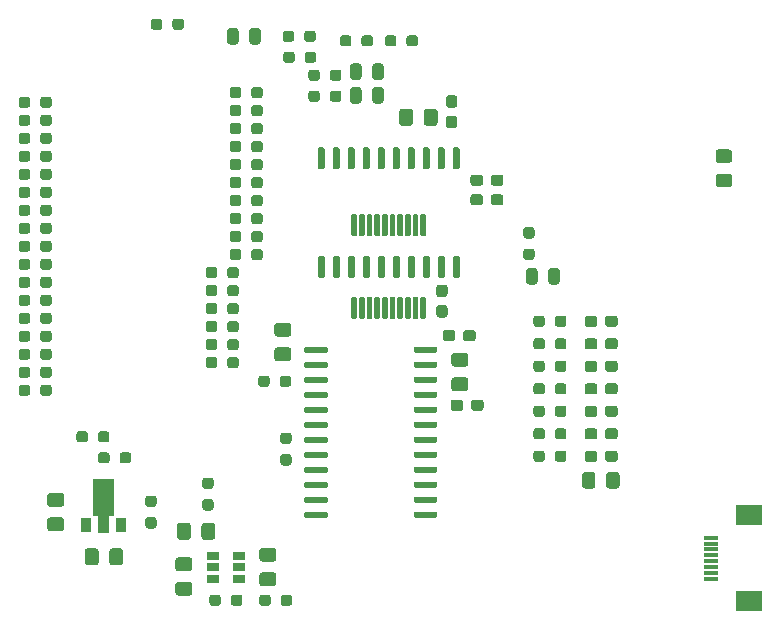
<source format=gtp>
%TF.GenerationSoftware,KiCad,Pcbnew,5.1.10-88a1d61d58~89~ubuntu20.04.1*%
%TF.CreationDate,2021-10-06T22:40:20-05:00*%
%TF.ProjectId,serial_rewind_d2,73657269-616c-45f7-9265-77696e645f64,rev?*%
%TF.SameCoordinates,Original*%
%TF.FileFunction,Paste,Top*%
%TF.FilePolarity,Positive*%
%FSLAX46Y46*%
G04 Gerber Fmt 4.6, Leading zero omitted, Abs format (unit mm)*
G04 Created by KiCad (PCBNEW 5.1.10-88a1d61d58~89~ubuntu20.04.1) date 2021-10-06 22:40:20*
%MOMM*%
%LPD*%
G01*
G04 APERTURE LIST*
%ADD10R,0.900000X1.300000*%
%ADD11C,0.150000*%
%ADD12R,2.200000X1.800000*%
%ADD13R,1.300000X0.300000*%
%ADD14R,1.060000X0.650000*%
G04 APERTURE END LIST*
%TO.C,R56*%
G36*
G01*
X78403000Y-106663500D02*
X78403000Y-106188500D01*
G75*
G02*
X78640500Y-105951000I237500J0D01*
G01*
X79140500Y-105951000D01*
G75*
G02*
X79378000Y-106188500I0J-237500D01*
G01*
X79378000Y-106663500D01*
G75*
G02*
X79140500Y-106901000I-237500J0D01*
G01*
X78640500Y-106901000D01*
G75*
G02*
X78403000Y-106663500I0J237500D01*
G01*
G37*
G36*
G01*
X76578000Y-106663500D02*
X76578000Y-106188500D01*
G75*
G02*
X76815500Y-105951000I237500J0D01*
G01*
X77315500Y-105951000D01*
G75*
G02*
X77553000Y-106188500I0J-237500D01*
G01*
X77553000Y-106663500D01*
G75*
G02*
X77315500Y-106901000I-237500J0D01*
G01*
X76815500Y-106901000D01*
G75*
G02*
X76578000Y-106663500I0J237500D01*
G01*
G37*
%TD*%
%TO.C,R55*%
G36*
G01*
X78403000Y-108441500D02*
X78403000Y-107966500D01*
G75*
G02*
X78640500Y-107729000I237500J0D01*
G01*
X79140500Y-107729000D01*
G75*
G02*
X79378000Y-107966500I0J-237500D01*
G01*
X79378000Y-108441500D01*
G75*
G02*
X79140500Y-108679000I-237500J0D01*
G01*
X78640500Y-108679000D01*
G75*
G02*
X78403000Y-108441500I0J237500D01*
G01*
G37*
G36*
G01*
X76578000Y-108441500D02*
X76578000Y-107966500D01*
G75*
G02*
X76815500Y-107729000I237500J0D01*
G01*
X77315500Y-107729000D01*
G75*
G02*
X77553000Y-107966500I0J-237500D01*
G01*
X77553000Y-108441500D01*
G75*
G02*
X77315500Y-108679000I-237500J0D01*
G01*
X76815500Y-108679000D01*
G75*
G02*
X76578000Y-108441500I0J237500D01*
G01*
G37*
%TD*%
%TO.C,D4*%
G36*
G01*
X81984000Y-106577450D02*
X81984000Y-105664950D01*
G75*
G02*
X82227750Y-105421200I243750J0D01*
G01*
X82715250Y-105421200D01*
G75*
G02*
X82959000Y-105664950I0J-243750D01*
G01*
X82959000Y-106577450D01*
G75*
G02*
X82715250Y-106821200I-243750J0D01*
G01*
X82227750Y-106821200D01*
G75*
G02*
X81984000Y-106577450I0J243750D01*
G01*
G37*
G36*
G01*
X80109000Y-106577450D02*
X80109000Y-105664950D01*
G75*
G02*
X80352750Y-105421200I243750J0D01*
G01*
X80840250Y-105421200D01*
G75*
G02*
X81084000Y-105664950I0J-243750D01*
G01*
X81084000Y-106577450D01*
G75*
G02*
X80840250Y-106821200I-243750J0D01*
G01*
X80352750Y-106821200D01*
G75*
G02*
X80109000Y-106577450I0J243750D01*
G01*
G37*
%TD*%
%TO.C,D3*%
G36*
G01*
X81984000Y-108584050D02*
X81984000Y-107671550D01*
G75*
G02*
X82227750Y-107427800I243750J0D01*
G01*
X82715250Y-107427800D01*
G75*
G02*
X82959000Y-107671550I0J-243750D01*
G01*
X82959000Y-108584050D01*
G75*
G02*
X82715250Y-108827800I-243750J0D01*
G01*
X82227750Y-108827800D01*
G75*
G02*
X81984000Y-108584050I0J243750D01*
G01*
G37*
G36*
G01*
X80109000Y-108584050D02*
X80109000Y-107671550D01*
G75*
G02*
X80352750Y-107427800I243750J0D01*
G01*
X80840250Y-107427800D01*
G75*
G02*
X81084000Y-107671550I0J-243750D01*
G01*
X81084000Y-108584050D01*
G75*
G02*
X80840250Y-108827800I-243750J0D01*
G01*
X80352750Y-108827800D01*
G75*
G02*
X80109000Y-108584050I0J243750D01*
G01*
G37*
%TD*%
%TO.C,C1*%
G36*
G01*
X92019000Y-115553500D02*
X92019000Y-115078500D01*
G75*
G02*
X92256500Y-114841000I237500J0D01*
G01*
X92856500Y-114841000D01*
G75*
G02*
X93094000Y-115078500I0J-237500D01*
G01*
X93094000Y-115553500D01*
G75*
G02*
X92856500Y-115791000I-237500J0D01*
G01*
X92256500Y-115791000D01*
G75*
G02*
X92019000Y-115553500I0J237500D01*
G01*
G37*
G36*
G01*
X90294000Y-115553500D02*
X90294000Y-115078500D01*
G75*
G02*
X90531500Y-114841000I237500J0D01*
G01*
X91131500Y-114841000D01*
G75*
G02*
X91369000Y-115078500I0J-237500D01*
G01*
X91369000Y-115553500D01*
G75*
G02*
X91131500Y-115791000I-237500J0D01*
G01*
X90531500Y-115791000D01*
G75*
G02*
X90294000Y-115553500I0J237500D01*
G01*
G37*
%TD*%
%TO.C,C3*%
G36*
G01*
X101697500Y-138921500D02*
X101697500Y-138446500D01*
G75*
G02*
X101935000Y-138209000I237500J0D01*
G01*
X102535000Y-138209000D01*
G75*
G02*
X102772500Y-138446500I0J-237500D01*
G01*
X102772500Y-138921500D01*
G75*
G02*
X102535000Y-139159000I-237500J0D01*
G01*
X101935000Y-139159000D01*
G75*
G02*
X101697500Y-138921500I0J237500D01*
G01*
G37*
G36*
G01*
X99972500Y-138921500D02*
X99972500Y-138446500D01*
G75*
G02*
X100210000Y-138209000I237500J0D01*
G01*
X100810000Y-138209000D01*
G75*
G02*
X101047500Y-138446500I0J-237500D01*
G01*
X101047500Y-138921500D01*
G75*
G02*
X100810000Y-139159000I-237500J0D01*
G01*
X100210000Y-139159000D01*
G75*
G02*
X99972500Y-138921500I0J237500D01*
G01*
G37*
%TD*%
%TO.C,C4*%
G36*
G01*
X101047500Y-136541500D02*
X101047500Y-137016500D01*
G75*
G02*
X100810000Y-137254000I-237500J0D01*
G01*
X100210000Y-137254000D01*
G75*
G02*
X99972500Y-137016500I0J237500D01*
G01*
X99972500Y-136541500D01*
G75*
G02*
X100210000Y-136304000I237500J0D01*
G01*
X100810000Y-136304000D01*
G75*
G02*
X101047500Y-136541500I0J-237500D01*
G01*
G37*
G36*
G01*
X102772500Y-136541500D02*
X102772500Y-137016500D01*
G75*
G02*
X102535000Y-137254000I-237500J0D01*
G01*
X101935000Y-137254000D01*
G75*
G02*
X101697500Y-137016500I0J237500D01*
G01*
X101697500Y-136541500D01*
G75*
G02*
X101935000Y-136304000I237500J0D01*
G01*
X102535000Y-136304000D01*
G75*
G02*
X102772500Y-136541500I0J-237500D01*
G01*
G37*
%TD*%
%TO.C,C5*%
G36*
G01*
X99972500Y-135111500D02*
X99972500Y-134636500D01*
G75*
G02*
X100210000Y-134399000I237500J0D01*
G01*
X100810000Y-134399000D01*
G75*
G02*
X101047500Y-134636500I0J-237500D01*
G01*
X101047500Y-135111500D01*
G75*
G02*
X100810000Y-135349000I-237500J0D01*
G01*
X100210000Y-135349000D01*
G75*
G02*
X99972500Y-135111500I0J237500D01*
G01*
G37*
G36*
G01*
X101697500Y-135111500D02*
X101697500Y-134636500D01*
G75*
G02*
X101935000Y-134399000I237500J0D01*
G01*
X102535000Y-134399000D01*
G75*
G02*
X102772500Y-134636500I0J-237500D01*
G01*
X102772500Y-135111500D01*
G75*
G02*
X102535000Y-135349000I-237500J0D01*
G01*
X101935000Y-135349000D01*
G75*
G02*
X101697500Y-135111500I0J237500D01*
G01*
G37*
%TD*%
%TO.C,C6*%
G36*
G01*
X102772500Y-127016500D02*
X102772500Y-127491500D01*
G75*
G02*
X102535000Y-127729000I-237500J0D01*
G01*
X101935000Y-127729000D01*
G75*
G02*
X101697500Y-127491500I0J237500D01*
G01*
X101697500Y-127016500D01*
G75*
G02*
X101935000Y-126779000I237500J0D01*
G01*
X102535000Y-126779000D01*
G75*
G02*
X102772500Y-127016500I0J-237500D01*
G01*
G37*
G36*
G01*
X101047500Y-127016500D02*
X101047500Y-127491500D01*
G75*
G02*
X100810000Y-127729000I-237500J0D01*
G01*
X100210000Y-127729000D01*
G75*
G02*
X99972500Y-127491500I0J237500D01*
G01*
X99972500Y-127016500D01*
G75*
G02*
X100210000Y-126779000I237500J0D01*
G01*
X100810000Y-126779000D01*
G75*
G02*
X101047500Y-127016500I0J-237500D01*
G01*
G37*
%TD*%
%TO.C,C7*%
G36*
G01*
X101697500Y-131301500D02*
X101697500Y-130826500D01*
G75*
G02*
X101935000Y-130589000I237500J0D01*
G01*
X102535000Y-130589000D01*
G75*
G02*
X102772500Y-130826500I0J-237500D01*
G01*
X102772500Y-131301500D01*
G75*
G02*
X102535000Y-131539000I-237500J0D01*
G01*
X101935000Y-131539000D01*
G75*
G02*
X101697500Y-131301500I0J237500D01*
G01*
G37*
G36*
G01*
X99972500Y-131301500D02*
X99972500Y-130826500D01*
G75*
G02*
X100210000Y-130589000I237500J0D01*
G01*
X100810000Y-130589000D01*
G75*
G02*
X101047500Y-130826500I0J-237500D01*
G01*
X101047500Y-131301500D01*
G75*
G02*
X100810000Y-131539000I-237500J0D01*
G01*
X100210000Y-131539000D01*
G75*
G02*
X99972500Y-131301500I0J237500D01*
G01*
G37*
%TD*%
%TO.C,C8*%
G36*
G01*
X101047500Y-128921500D02*
X101047500Y-129396500D01*
G75*
G02*
X100810000Y-129634000I-237500J0D01*
G01*
X100210000Y-129634000D01*
G75*
G02*
X99972500Y-129396500I0J237500D01*
G01*
X99972500Y-128921500D01*
G75*
G02*
X100210000Y-128684000I237500J0D01*
G01*
X100810000Y-128684000D01*
G75*
G02*
X101047500Y-128921500I0J-237500D01*
G01*
G37*
G36*
G01*
X102772500Y-128921500D02*
X102772500Y-129396500D01*
G75*
G02*
X102535000Y-129634000I-237500J0D01*
G01*
X101935000Y-129634000D01*
G75*
G02*
X101697500Y-129396500I0J237500D01*
G01*
X101697500Y-128921500D01*
G75*
G02*
X101935000Y-128684000I237500J0D01*
G01*
X102535000Y-128684000D01*
G75*
G02*
X102772500Y-128921500I0J-237500D01*
G01*
G37*
%TD*%
%TO.C,C9*%
G36*
G01*
X99972500Y-133206500D02*
X99972500Y-132731500D01*
G75*
G02*
X100210000Y-132494000I237500J0D01*
G01*
X100810000Y-132494000D01*
G75*
G02*
X101047500Y-132731500I0J-237500D01*
G01*
X101047500Y-133206500D01*
G75*
G02*
X100810000Y-133444000I-237500J0D01*
G01*
X100210000Y-133444000D01*
G75*
G02*
X99972500Y-133206500I0J237500D01*
G01*
G37*
G36*
G01*
X101697500Y-133206500D02*
X101697500Y-132731500D01*
G75*
G02*
X101935000Y-132494000I237500J0D01*
G01*
X102535000Y-132494000D01*
G75*
G02*
X102772500Y-132731500I0J-237500D01*
G01*
X102772500Y-133206500D01*
G75*
G02*
X102535000Y-133444000I-237500J0D01*
G01*
X101935000Y-133444000D01*
G75*
G02*
X101697500Y-133206500I0J237500D01*
G01*
G37*
%TD*%
%TO.C,D1*%
G36*
G01*
X69695000Y-103580250D02*
X69695000Y-102667750D01*
G75*
G02*
X69938750Y-102424000I243750J0D01*
G01*
X70426250Y-102424000D01*
G75*
G02*
X70670000Y-102667750I0J-243750D01*
G01*
X70670000Y-103580250D01*
G75*
G02*
X70426250Y-103824000I-243750J0D01*
G01*
X69938750Y-103824000D01*
G75*
G02*
X69695000Y-103580250I0J243750D01*
G01*
G37*
G36*
G01*
X71570000Y-103580250D02*
X71570000Y-102667750D01*
G75*
G02*
X71813750Y-102424000I243750J0D01*
G01*
X72301250Y-102424000D01*
G75*
G02*
X72545000Y-102667750I0J-243750D01*
G01*
X72545000Y-103580250D01*
G75*
G02*
X72301250Y-103824000I-243750J0D01*
G01*
X71813750Y-103824000D01*
G75*
G02*
X71570000Y-103580250I0J243750D01*
G01*
G37*
%TD*%
%TO.C,F1*%
G36*
G01*
X100887000Y-140265999D02*
X100887000Y-141166001D01*
G75*
G02*
X100637001Y-141416000I-249999J0D01*
G01*
X99986999Y-141416000D01*
G75*
G02*
X99737000Y-141166001I0J249999D01*
G01*
X99737000Y-140265999D01*
G75*
G02*
X99986999Y-140016000I249999J0D01*
G01*
X100637001Y-140016000D01*
G75*
G02*
X100887000Y-140265999I0J-249999D01*
G01*
G37*
G36*
G01*
X102937000Y-140265999D02*
X102937000Y-141166001D01*
G75*
G02*
X102687001Y-141416000I-249999J0D01*
G01*
X102036999Y-141416000D01*
G75*
G02*
X101787000Y-141166001I0J249999D01*
G01*
X101787000Y-140265999D01*
G75*
G02*
X102036999Y-140016000I249999J0D01*
G01*
X102687001Y-140016000D01*
G75*
G02*
X102937000Y-140265999I0J-249999D01*
G01*
G37*
%TD*%
%TO.C,F2*%
G36*
G01*
X111309999Y-112700000D02*
X112210001Y-112700000D01*
G75*
G02*
X112460000Y-112949999I0J-249999D01*
G01*
X112460000Y-113600001D01*
G75*
G02*
X112210001Y-113850000I-249999J0D01*
G01*
X111309999Y-113850000D01*
G75*
G02*
X111060000Y-113600001I0J249999D01*
G01*
X111060000Y-112949999D01*
G75*
G02*
X111309999Y-112700000I249999J0D01*
G01*
G37*
G36*
G01*
X111309999Y-114750000D02*
X112210001Y-114750000D01*
G75*
G02*
X112460000Y-114999999I0J-249999D01*
G01*
X112460000Y-115650001D01*
G75*
G02*
X112210001Y-115900000I-249999J0D01*
G01*
X111309999Y-115900000D01*
G75*
G02*
X111060000Y-115650001I0J249999D01*
G01*
X111060000Y-114999999D01*
G75*
G02*
X111309999Y-114750000I249999J0D01*
G01*
G37*
%TD*%
%TO.C,R1*%
G36*
G01*
X69910500Y-118792000D02*
X69910500Y-118317000D01*
G75*
G02*
X70148000Y-118079500I237500J0D01*
G01*
X70648000Y-118079500D01*
G75*
G02*
X70885500Y-118317000I0J-237500D01*
G01*
X70885500Y-118792000D01*
G75*
G02*
X70648000Y-119029500I-237500J0D01*
G01*
X70148000Y-119029500D01*
G75*
G02*
X69910500Y-118792000I0J237500D01*
G01*
G37*
G36*
G01*
X71735500Y-118792000D02*
X71735500Y-118317000D01*
G75*
G02*
X71973000Y-118079500I237500J0D01*
G01*
X72473000Y-118079500D01*
G75*
G02*
X72710500Y-118317000I0J-237500D01*
G01*
X72710500Y-118792000D01*
G75*
G02*
X72473000Y-119029500I-237500J0D01*
G01*
X71973000Y-119029500D01*
G75*
G02*
X71735500Y-118792000I0J237500D01*
G01*
G37*
%TD*%
%TO.C,R2*%
G36*
G01*
X69703500Y-124888000D02*
X69703500Y-124413000D01*
G75*
G02*
X69941000Y-124175500I237500J0D01*
G01*
X70441000Y-124175500D01*
G75*
G02*
X70678500Y-124413000I0J-237500D01*
G01*
X70678500Y-124888000D01*
G75*
G02*
X70441000Y-125125500I-237500J0D01*
G01*
X69941000Y-125125500D01*
G75*
G02*
X69703500Y-124888000I0J237500D01*
G01*
G37*
G36*
G01*
X67878500Y-124888000D02*
X67878500Y-124413000D01*
G75*
G02*
X68116000Y-124175500I237500J0D01*
G01*
X68616000Y-124175500D01*
G75*
G02*
X68853500Y-124413000I0J-237500D01*
G01*
X68853500Y-124888000D01*
G75*
G02*
X68616000Y-125125500I-237500J0D01*
G01*
X68116000Y-125125500D01*
G75*
G02*
X67878500Y-124888000I0J237500D01*
G01*
G37*
%TD*%
%TO.C,R3*%
G36*
G01*
X67878500Y-130984000D02*
X67878500Y-130509000D01*
G75*
G02*
X68116000Y-130271500I237500J0D01*
G01*
X68616000Y-130271500D01*
G75*
G02*
X68853500Y-130509000I0J-237500D01*
G01*
X68853500Y-130984000D01*
G75*
G02*
X68616000Y-131221500I-237500J0D01*
G01*
X68116000Y-131221500D01*
G75*
G02*
X67878500Y-130984000I0J237500D01*
G01*
G37*
G36*
G01*
X69703500Y-130984000D02*
X69703500Y-130509000D01*
G75*
G02*
X69941000Y-130271500I237500J0D01*
G01*
X70441000Y-130271500D01*
G75*
G02*
X70678500Y-130509000I0J-237500D01*
G01*
X70678500Y-130984000D01*
G75*
G02*
X70441000Y-131221500I-237500J0D01*
G01*
X69941000Y-131221500D01*
G75*
G02*
X69703500Y-130984000I0J237500D01*
G01*
G37*
%TD*%
%TO.C,R4*%
G36*
G01*
X71735500Y-111172000D02*
X71735500Y-110697000D01*
G75*
G02*
X71973000Y-110459500I237500J0D01*
G01*
X72473000Y-110459500D01*
G75*
G02*
X72710500Y-110697000I0J-237500D01*
G01*
X72710500Y-111172000D01*
G75*
G02*
X72473000Y-111409500I-237500J0D01*
G01*
X71973000Y-111409500D01*
G75*
G02*
X71735500Y-111172000I0J237500D01*
G01*
G37*
G36*
G01*
X69910500Y-111172000D02*
X69910500Y-110697000D01*
G75*
G02*
X70148000Y-110459500I237500J0D01*
G01*
X70648000Y-110459500D01*
G75*
G02*
X70885500Y-110697000I0J-237500D01*
G01*
X70885500Y-111172000D01*
G75*
G02*
X70648000Y-111409500I-237500J0D01*
G01*
X70148000Y-111409500D01*
G75*
G02*
X69910500Y-111172000I0J237500D01*
G01*
G37*
%TD*%
%TO.C,R5*%
G36*
G01*
X82045000Y-103267500D02*
X82045000Y-103742500D01*
G75*
G02*
X81807500Y-103980000I-237500J0D01*
G01*
X81307500Y-103980000D01*
G75*
G02*
X81070000Y-103742500I0J237500D01*
G01*
X81070000Y-103267500D01*
G75*
G02*
X81307500Y-103030000I237500J0D01*
G01*
X81807500Y-103030000D01*
G75*
G02*
X82045000Y-103267500I0J-237500D01*
G01*
G37*
G36*
G01*
X80220000Y-103267500D02*
X80220000Y-103742500D01*
G75*
G02*
X79982500Y-103980000I-237500J0D01*
G01*
X79482500Y-103980000D01*
G75*
G02*
X79245000Y-103742500I0J237500D01*
G01*
X79245000Y-103267500D01*
G75*
G02*
X79482500Y-103030000I237500J0D01*
G01*
X79982500Y-103030000D01*
G75*
G02*
X80220000Y-103267500I0J-237500D01*
G01*
G37*
%TD*%
%TO.C,R6*%
G36*
G01*
X84030000Y-103267500D02*
X84030000Y-103742500D01*
G75*
G02*
X83792500Y-103980000I-237500J0D01*
G01*
X83292500Y-103980000D01*
G75*
G02*
X83055000Y-103742500I0J237500D01*
G01*
X83055000Y-103267500D01*
G75*
G02*
X83292500Y-103030000I237500J0D01*
G01*
X83792500Y-103030000D01*
G75*
G02*
X84030000Y-103267500I0J-237500D01*
G01*
G37*
G36*
G01*
X85855000Y-103267500D02*
X85855000Y-103742500D01*
G75*
G02*
X85617500Y-103980000I-237500J0D01*
G01*
X85117500Y-103980000D01*
G75*
G02*
X84880000Y-103742500I0J237500D01*
G01*
X84880000Y-103267500D01*
G75*
G02*
X85117500Y-103030000I237500J0D01*
G01*
X85617500Y-103030000D01*
G75*
G02*
X85855000Y-103267500I0J-237500D01*
G01*
G37*
%TD*%
%TO.C,R7*%
G36*
G01*
X71735500Y-115744000D02*
X71735500Y-115269000D01*
G75*
G02*
X71973000Y-115031500I237500J0D01*
G01*
X72473000Y-115031500D01*
G75*
G02*
X72710500Y-115269000I0J-237500D01*
G01*
X72710500Y-115744000D01*
G75*
G02*
X72473000Y-115981500I-237500J0D01*
G01*
X71973000Y-115981500D01*
G75*
G02*
X71735500Y-115744000I0J237500D01*
G01*
G37*
G36*
G01*
X69910500Y-115744000D02*
X69910500Y-115269000D01*
G75*
G02*
X70148000Y-115031500I237500J0D01*
G01*
X70648000Y-115031500D01*
G75*
G02*
X70885500Y-115269000I0J-237500D01*
G01*
X70885500Y-115744000D01*
G75*
G02*
X70648000Y-115981500I-237500J0D01*
G01*
X70148000Y-115981500D01*
G75*
G02*
X69910500Y-115744000I0J237500D01*
G01*
G37*
%TD*%
%TO.C,R8*%
G36*
G01*
X69910500Y-121840000D02*
X69910500Y-121365000D01*
G75*
G02*
X70148000Y-121127500I237500J0D01*
G01*
X70648000Y-121127500D01*
G75*
G02*
X70885500Y-121365000I0J-237500D01*
G01*
X70885500Y-121840000D01*
G75*
G02*
X70648000Y-122077500I-237500J0D01*
G01*
X70148000Y-122077500D01*
G75*
G02*
X69910500Y-121840000I0J237500D01*
G01*
G37*
G36*
G01*
X71735500Y-121840000D02*
X71735500Y-121365000D01*
G75*
G02*
X71973000Y-121127500I237500J0D01*
G01*
X72473000Y-121127500D01*
G75*
G02*
X72710500Y-121365000I0J-237500D01*
G01*
X72710500Y-121840000D01*
G75*
G02*
X72473000Y-122077500I-237500J0D01*
G01*
X71973000Y-122077500D01*
G75*
G02*
X71735500Y-121840000I0J237500D01*
G01*
G37*
%TD*%
%TO.C,R9*%
G36*
G01*
X69703500Y-126412000D02*
X69703500Y-125937000D01*
G75*
G02*
X69941000Y-125699500I237500J0D01*
G01*
X70441000Y-125699500D01*
G75*
G02*
X70678500Y-125937000I0J-237500D01*
G01*
X70678500Y-126412000D01*
G75*
G02*
X70441000Y-126649500I-237500J0D01*
G01*
X69941000Y-126649500D01*
G75*
G02*
X69703500Y-126412000I0J237500D01*
G01*
G37*
G36*
G01*
X67878500Y-126412000D02*
X67878500Y-125937000D01*
G75*
G02*
X68116000Y-125699500I237500J0D01*
G01*
X68616000Y-125699500D01*
G75*
G02*
X68853500Y-125937000I0J-237500D01*
G01*
X68853500Y-126412000D01*
G75*
G02*
X68616000Y-126649500I-237500J0D01*
G01*
X68116000Y-126649500D01*
G75*
G02*
X67878500Y-126412000I0J237500D01*
G01*
G37*
%TD*%
%TO.C,R10*%
G36*
G01*
X69910500Y-109648000D02*
X69910500Y-109173000D01*
G75*
G02*
X70148000Y-108935500I237500J0D01*
G01*
X70648000Y-108935500D01*
G75*
G02*
X70885500Y-109173000I0J-237500D01*
G01*
X70885500Y-109648000D01*
G75*
G02*
X70648000Y-109885500I-237500J0D01*
G01*
X70148000Y-109885500D01*
G75*
G02*
X69910500Y-109648000I0J237500D01*
G01*
G37*
G36*
G01*
X71735500Y-109648000D02*
X71735500Y-109173000D01*
G75*
G02*
X71973000Y-108935500I237500J0D01*
G01*
X72473000Y-108935500D01*
G75*
G02*
X72710500Y-109173000I0J-237500D01*
G01*
X72710500Y-109648000D01*
G75*
G02*
X72473000Y-109885500I-237500J0D01*
G01*
X71973000Y-109885500D01*
G75*
G02*
X71735500Y-109648000I0J237500D01*
G01*
G37*
%TD*%
%TO.C,R11*%
G36*
G01*
X69910500Y-114220000D02*
X69910500Y-113745000D01*
G75*
G02*
X70148000Y-113507500I237500J0D01*
G01*
X70648000Y-113507500D01*
G75*
G02*
X70885500Y-113745000I0J-237500D01*
G01*
X70885500Y-114220000D01*
G75*
G02*
X70648000Y-114457500I-237500J0D01*
G01*
X70148000Y-114457500D01*
G75*
G02*
X69910500Y-114220000I0J237500D01*
G01*
G37*
G36*
G01*
X71735500Y-114220000D02*
X71735500Y-113745000D01*
G75*
G02*
X71973000Y-113507500I237500J0D01*
G01*
X72473000Y-113507500D01*
G75*
G02*
X72710500Y-113745000I0J-237500D01*
G01*
X72710500Y-114220000D01*
G75*
G02*
X72473000Y-114457500I-237500J0D01*
G01*
X71973000Y-114457500D01*
G75*
G02*
X71735500Y-114220000I0J237500D01*
G01*
G37*
%TD*%
%TO.C,R12*%
G36*
G01*
X71735500Y-120316000D02*
X71735500Y-119841000D01*
G75*
G02*
X71973000Y-119603500I237500J0D01*
G01*
X72473000Y-119603500D01*
G75*
G02*
X72710500Y-119841000I0J-237500D01*
G01*
X72710500Y-120316000D01*
G75*
G02*
X72473000Y-120553500I-237500J0D01*
G01*
X71973000Y-120553500D01*
G75*
G02*
X71735500Y-120316000I0J237500D01*
G01*
G37*
G36*
G01*
X69910500Y-120316000D02*
X69910500Y-119841000D01*
G75*
G02*
X70148000Y-119603500I237500J0D01*
G01*
X70648000Y-119603500D01*
G75*
G02*
X70885500Y-119841000I0J-237500D01*
G01*
X70885500Y-120316000D01*
G75*
G02*
X70648000Y-120553500I-237500J0D01*
G01*
X70148000Y-120553500D01*
G75*
G02*
X69910500Y-120316000I0J237500D01*
G01*
G37*
%TD*%
%TO.C,R13*%
G36*
G01*
X71735500Y-108124000D02*
X71735500Y-107649000D01*
G75*
G02*
X71973000Y-107411500I237500J0D01*
G01*
X72473000Y-107411500D01*
G75*
G02*
X72710500Y-107649000I0J-237500D01*
G01*
X72710500Y-108124000D01*
G75*
G02*
X72473000Y-108361500I-237500J0D01*
G01*
X71973000Y-108361500D01*
G75*
G02*
X71735500Y-108124000I0J237500D01*
G01*
G37*
G36*
G01*
X69910500Y-108124000D02*
X69910500Y-107649000D01*
G75*
G02*
X70148000Y-107411500I237500J0D01*
G01*
X70648000Y-107411500D01*
G75*
G02*
X70885500Y-107649000I0J-237500D01*
G01*
X70885500Y-108124000D01*
G75*
G02*
X70648000Y-108361500I-237500J0D01*
G01*
X70148000Y-108361500D01*
G75*
G02*
X69910500Y-108124000I0J237500D01*
G01*
G37*
%TD*%
%TO.C,R14*%
G36*
G01*
X67878500Y-129460000D02*
X67878500Y-128985000D01*
G75*
G02*
X68116000Y-128747500I237500J0D01*
G01*
X68616000Y-128747500D01*
G75*
G02*
X68853500Y-128985000I0J-237500D01*
G01*
X68853500Y-129460000D01*
G75*
G02*
X68616000Y-129697500I-237500J0D01*
G01*
X68116000Y-129697500D01*
G75*
G02*
X67878500Y-129460000I0J237500D01*
G01*
G37*
G36*
G01*
X69703500Y-129460000D02*
X69703500Y-128985000D01*
G75*
G02*
X69941000Y-128747500I237500J0D01*
G01*
X70441000Y-128747500D01*
G75*
G02*
X70678500Y-128985000I0J-237500D01*
G01*
X70678500Y-129460000D01*
G75*
G02*
X70441000Y-129697500I-237500J0D01*
G01*
X69941000Y-129697500D01*
G75*
G02*
X69703500Y-129460000I0J237500D01*
G01*
G37*
%TD*%
%TO.C,R15*%
G36*
G01*
X69910500Y-112696000D02*
X69910500Y-112221000D01*
G75*
G02*
X70148000Y-111983500I237500J0D01*
G01*
X70648000Y-111983500D01*
G75*
G02*
X70885500Y-112221000I0J-237500D01*
G01*
X70885500Y-112696000D01*
G75*
G02*
X70648000Y-112933500I-237500J0D01*
G01*
X70148000Y-112933500D01*
G75*
G02*
X69910500Y-112696000I0J237500D01*
G01*
G37*
G36*
G01*
X71735500Y-112696000D02*
X71735500Y-112221000D01*
G75*
G02*
X71973000Y-111983500I237500J0D01*
G01*
X72473000Y-111983500D01*
G75*
G02*
X72710500Y-112221000I0J-237500D01*
G01*
X72710500Y-112696000D01*
G75*
G02*
X72473000Y-112933500I-237500J0D01*
G01*
X71973000Y-112933500D01*
G75*
G02*
X71735500Y-112696000I0J237500D01*
G01*
G37*
%TD*%
%TO.C,R16*%
G36*
G01*
X71735500Y-117268000D02*
X71735500Y-116793000D01*
G75*
G02*
X71973000Y-116555500I237500J0D01*
G01*
X72473000Y-116555500D01*
G75*
G02*
X72710500Y-116793000I0J-237500D01*
G01*
X72710500Y-117268000D01*
G75*
G02*
X72473000Y-117505500I-237500J0D01*
G01*
X71973000Y-117505500D01*
G75*
G02*
X71735500Y-117268000I0J237500D01*
G01*
G37*
G36*
G01*
X69910500Y-117268000D02*
X69910500Y-116793000D01*
G75*
G02*
X70148000Y-116555500I237500J0D01*
G01*
X70648000Y-116555500D01*
G75*
G02*
X70885500Y-116793000I0J-237500D01*
G01*
X70885500Y-117268000D01*
G75*
G02*
X70648000Y-117505500I-237500J0D01*
G01*
X70148000Y-117505500D01*
G75*
G02*
X69910500Y-117268000I0J237500D01*
G01*
G37*
%TD*%
%TO.C,R17*%
G36*
G01*
X67878500Y-123364000D02*
X67878500Y-122889000D01*
G75*
G02*
X68116000Y-122651500I237500J0D01*
G01*
X68616000Y-122651500D01*
G75*
G02*
X68853500Y-122889000I0J-237500D01*
G01*
X68853500Y-123364000D01*
G75*
G02*
X68616000Y-123601500I-237500J0D01*
G01*
X68116000Y-123601500D01*
G75*
G02*
X67878500Y-123364000I0J237500D01*
G01*
G37*
G36*
G01*
X69703500Y-123364000D02*
X69703500Y-122889000D01*
G75*
G02*
X69941000Y-122651500I237500J0D01*
G01*
X70441000Y-122651500D01*
G75*
G02*
X70678500Y-122889000I0J-237500D01*
G01*
X70678500Y-123364000D01*
G75*
G02*
X70441000Y-123601500I-237500J0D01*
G01*
X69941000Y-123601500D01*
G75*
G02*
X69703500Y-123364000I0J237500D01*
G01*
G37*
%TD*%
%TO.C,R18*%
G36*
G01*
X69703500Y-127936000D02*
X69703500Y-127461000D01*
G75*
G02*
X69941000Y-127223500I237500J0D01*
G01*
X70441000Y-127223500D01*
G75*
G02*
X70678500Y-127461000I0J-237500D01*
G01*
X70678500Y-127936000D01*
G75*
G02*
X70441000Y-128173500I-237500J0D01*
G01*
X69941000Y-128173500D01*
G75*
G02*
X69703500Y-127936000I0J237500D01*
G01*
G37*
G36*
G01*
X67878500Y-127936000D02*
X67878500Y-127461000D01*
G75*
G02*
X68116000Y-127223500I237500J0D01*
G01*
X68616000Y-127223500D01*
G75*
G02*
X68853500Y-127461000I0J-237500D01*
G01*
X68853500Y-127936000D01*
G75*
G02*
X68616000Y-128173500I-237500J0D01*
G01*
X68116000Y-128173500D01*
G75*
G02*
X67878500Y-127936000I0J237500D01*
G01*
G37*
%TD*%
%TO.C,R19*%
G36*
G01*
X54843500Y-111522500D02*
X54843500Y-111997500D01*
G75*
G02*
X54606000Y-112235000I-237500J0D01*
G01*
X54106000Y-112235000D01*
G75*
G02*
X53868500Y-111997500I0J237500D01*
G01*
X53868500Y-111522500D01*
G75*
G02*
X54106000Y-111285000I237500J0D01*
G01*
X54606000Y-111285000D01*
G75*
G02*
X54843500Y-111522500I0J-237500D01*
G01*
G37*
G36*
G01*
X53018500Y-111522500D02*
X53018500Y-111997500D01*
G75*
G02*
X52781000Y-112235000I-237500J0D01*
G01*
X52281000Y-112235000D01*
G75*
G02*
X52043500Y-111997500I0J237500D01*
G01*
X52043500Y-111522500D01*
G75*
G02*
X52281000Y-111285000I237500J0D01*
G01*
X52781000Y-111285000D01*
G75*
G02*
X53018500Y-111522500I0J-237500D01*
G01*
G37*
%TD*%
%TO.C,R20*%
G36*
G01*
X53018500Y-116094500D02*
X53018500Y-116569500D01*
G75*
G02*
X52781000Y-116807000I-237500J0D01*
G01*
X52281000Y-116807000D01*
G75*
G02*
X52043500Y-116569500I0J237500D01*
G01*
X52043500Y-116094500D01*
G75*
G02*
X52281000Y-115857000I237500J0D01*
G01*
X52781000Y-115857000D01*
G75*
G02*
X53018500Y-116094500I0J-237500D01*
G01*
G37*
G36*
G01*
X54843500Y-116094500D02*
X54843500Y-116569500D01*
G75*
G02*
X54606000Y-116807000I-237500J0D01*
G01*
X54106000Y-116807000D01*
G75*
G02*
X53868500Y-116569500I0J237500D01*
G01*
X53868500Y-116094500D01*
G75*
G02*
X54106000Y-115857000I237500J0D01*
G01*
X54606000Y-115857000D01*
G75*
G02*
X54843500Y-116094500I0J-237500D01*
G01*
G37*
%TD*%
%TO.C,R21*%
G36*
G01*
X54843500Y-122190500D02*
X54843500Y-122665500D01*
G75*
G02*
X54606000Y-122903000I-237500J0D01*
G01*
X54106000Y-122903000D01*
G75*
G02*
X53868500Y-122665500I0J237500D01*
G01*
X53868500Y-122190500D01*
G75*
G02*
X54106000Y-121953000I237500J0D01*
G01*
X54606000Y-121953000D01*
G75*
G02*
X54843500Y-122190500I0J-237500D01*
G01*
G37*
G36*
G01*
X53018500Y-122190500D02*
X53018500Y-122665500D01*
G75*
G02*
X52781000Y-122903000I-237500J0D01*
G01*
X52281000Y-122903000D01*
G75*
G02*
X52043500Y-122665500I0J237500D01*
G01*
X52043500Y-122190500D01*
G75*
G02*
X52281000Y-121953000I237500J0D01*
G01*
X52781000Y-121953000D01*
G75*
G02*
X53018500Y-122190500I0J-237500D01*
G01*
G37*
%TD*%
%TO.C,R22*%
G36*
G01*
X53018500Y-126762500D02*
X53018500Y-127237500D01*
G75*
G02*
X52781000Y-127475000I-237500J0D01*
G01*
X52281000Y-127475000D01*
G75*
G02*
X52043500Y-127237500I0J237500D01*
G01*
X52043500Y-126762500D01*
G75*
G02*
X52281000Y-126525000I237500J0D01*
G01*
X52781000Y-126525000D01*
G75*
G02*
X53018500Y-126762500I0J-237500D01*
G01*
G37*
G36*
G01*
X54843500Y-126762500D02*
X54843500Y-127237500D01*
G75*
G02*
X54606000Y-127475000I-237500J0D01*
G01*
X54106000Y-127475000D01*
G75*
G02*
X53868500Y-127237500I0J237500D01*
G01*
X53868500Y-126762500D01*
G75*
G02*
X54106000Y-126525000I237500J0D01*
G01*
X54606000Y-126525000D01*
G75*
G02*
X54843500Y-126762500I0J-237500D01*
G01*
G37*
%TD*%
%TO.C,R23*%
G36*
G01*
X53018500Y-108474500D02*
X53018500Y-108949500D01*
G75*
G02*
X52781000Y-109187000I-237500J0D01*
G01*
X52281000Y-109187000D01*
G75*
G02*
X52043500Y-108949500I0J237500D01*
G01*
X52043500Y-108474500D01*
G75*
G02*
X52281000Y-108237000I237500J0D01*
G01*
X52781000Y-108237000D01*
G75*
G02*
X53018500Y-108474500I0J-237500D01*
G01*
G37*
G36*
G01*
X54843500Y-108474500D02*
X54843500Y-108949500D01*
G75*
G02*
X54606000Y-109187000I-237500J0D01*
G01*
X54106000Y-109187000D01*
G75*
G02*
X53868500Y-108949500I0J237500D01*
G01*
X53868500Y-108474500D01*
G75*
G02*
X54106000Y-108237000I237500J0D01*
G01*
X54606000Y-108237000D01*
G75*
G02*
X54843500Y-108474500I0J-237500D01*
G01*
G37*
%TD*%
%TO.C,R24*%
G36*
G01*
X54843500Y-114570500D02*
X54843500Y-115045500D01*
G75*
G02*
X54606000Y-115283000I-237500J0D01*
G01*
X54106000Y-115283000D01*
G75*
G02*
X53868500Y-115045500I0J237500D01*
G01*
X53868500Y-114570500D01*
G75*
G02*
X54106000Y-114333000I237500J0D01*
G01*
X54606000Y-114333000D01*
G75*
G02*
X54843500Y-114570500I0J-237500D01*
G01*
G37*
G36*
G01*
X53018500Y-114570500D02*
X53018500Y-115045500D01*
G75*
G02*
X52781000Y-115283000I-237500J0D01*
G01*
X52281000Y-115283000D01*
G75*
G02*
X52043500Y-115045500I0J237500D01*
G01*
X52043500Y-114570500D01*
G75*
G02*
X52281000Y-114333000I237500J0D01*
G01*
X52781000Y-114333000D01*
G75*
G02*
X53018500Y-114570500I0J-237500D01*
G01*
G37*
%TD*%
%TO.C,R25*%
G36*
G01*
X53018500Y-120666500D02*
X53018500Y-121141500D01*
G75*
G02*
X52781000Y-121379000I-237500J0D01*
G01*
X52281000Y-121379000D01*
G75*
G02*
X52043500Y-121141500I0J237500D01*
G01*
X52043500Y-120666500D01*
G75*
G02*
X52281000Y-120429000I237500J0D01*
G01*
X52781000Y-120429000D01*
G75*
G02*
X53018500Y-120666500I0J-237500D01*
G01*
G37*
G36*
G01*
X54843500Y-120666500D02*
X54843500Y-121141500D01*
G75*
G02*
X54606000Y-121379000I-237500J0D01*
G01*
X54106000Y-121379000D01*
G75*
G02*
X53868500Y-121141500I0J237500D01*
G01*
X53868500Y-120666500D01*
G75*
G02*
X54106000Y-120429000I237500J0D01*
G01*
X54606000Y-120429000D01*
G75*
G02*
X54843500Y-120666500I0J-237500D01*
G01*
G37*
%TD*%
%TO.C,R26*%
G36*
G01*
X54843500Y-128286500D02*
X54843500Y-128761500D01*
G75*
G02*
X54606000Y-128999000I-237500J0D01*
G01*
X54106000Y-128999000D01*
G75*
G02*
X53868500Y-128761500I0J237500D01*
G01*
X53868500Y-128286500D01*
G75*
G02*
X54106000Y-128049000I237500J0D01*
G01*
X54606000Y-128049000D01*
G75*
G02*
X54843500Y-128286500I0J-237500D01*
G01*
G37*
G36*
G01*
X53018500Y-128286500D02*
X53018500Y-128761500D01*
G75*
G02*
X52781000Y-128999000I-237500J0D01*
G01*
X52281000Y-128999000D01*
G75*
G02*
X52043500Y-128761500I0J237500D01*
G01*
X52043500Y-128286500D01*
G75*
G02*
X52281000Y-128049000I237500J0D01*
G01*
X52781000Y-128049000D01*
G75*
G02*
X53018500Y-128286500I0J-237500D01*
G01*
G37*
%TD*%
%TO.C,R27*%
G36*
G01*
X54843500Y-132858500D02*
X54843500Y-133333500D01*
G75*
G02*
X54606000Y-133571000I-237500J0D01*
G01*
X54106000Y-133571000D01*
G75*
G02*
X53868500Y-133333500I0J237500D01*
G01*
X53868500Y-132858500D01*
G75*
G02*
X54106000Y-132621000I237500J0D01*
G01*
X54606000Y-132621000D01*
G75*
G02*
X54843500Y-132858500I0J-237500D01*
G01*
G37*
G36*
G01*
X53018500Y-132858500D02*
X53018500Y-133333500D01*
G75*
G02*
X52781000Y-133571000I-237500J0D01*
G01*
X52281000Y-133571000D01*
G75*
G02*
X52043500Y-133333500I0J237500D01*
G01*
X52043500Y-132858500D01*
G75*
G02*
X52281000Y-132621000I237500J0D01*
G01*
X52781000Y-132621000D01*
G75*
G02*
X53018500Y-132858500I0J-237500D01*
G01*
G37*
%TD*%
%TO.C,R28*%
G36*
G01*
X54843500Y-109998500D02*
X54843500Y-110473500D01*
G75*
G02*
X54606000Y-110711000I-237500J0D01*
G01*
X54106000Y-110711000D01*
G75*
G02*
X53868500Y-110473500I0J237500D01*
G01*
X53868500Y-109998500D01*
G75*
G02*
X54106000Y-109761000I237500J0D01*
G01*
X54606000Y-109761000D01*
G75*
G02*
X54843500Y-109998500I0J-237500D01*
G01*
G37*
G36*
G01*
X53018500Y-109998500D02*
X53018500Y-110473500D01*
G75*
G02*
X52781000Y-110711000I-237500J0D01*
G01*
X52281000Y-110711000D01*
G75*
G02*
X52043500Y-110473500I0J237500D01*
G01*
X52043500Y-109998500D01*
G75*
G02*
X52281000Y-109761000I237500J0D01*
G01*
X52781000Y-109761000D01*
G75*
G02*
X53018500Y-109998500I0J-237500D01*
G01*
G37*
%TD*%
%TO.C,R29*%
G36*
G01*
X53018500Y-117618500D02*
X53018500Y-118093500D01*
G75*
G02*
X52781000Y-118331000I-237500J0D01*
G01*
X52281000Y-118331000D01*
G75*
G02*
X52043500Y-118093500I0J237500D01*
G01*
X52043500Y-117618500D01*
G75*
G02*
X52281000Y-117381000I237500J0D01*
G01*
X52781000Y-117381000D01*
G75*
G02*
X53018500Y-117618500I0J-237500D01*
G01*
G37*
G36*
G01*
X54843500Y-117618500D02*
X54843500Y-118093500D01*
G75*
G02*
X54606000Y-118331000I-237500J0D01*
G01*
X54106000Y-118331000D01*
G75*
G02*
X53868500Y-118093500I0J237500D01*
G01*
X53868500Y-117618500D01*
G75*
G02*
X54106000Y-117381000I237500J0D01*
G01*
X54606000Y-117381000D01*
G75*
G02*
X54843500Y-117618500I0J-237500D01*
G01*
G37*
%TD*%
%TO.C,R30*%
G36*
G01*
X54843500Y-123714500D02*
X54843500Y-124189500D01*
G75*
G02*
X54606000Y-124427000I-237500J0D01*
G01*
X54106000Y-124427000D01*
G75*
G02*
X53868500Y-124189500I0J237500D01*
G01*
X53868500Y-123714500D01*
G75*
G02*
X54106000Y-123477000I237500J0D01*
G01*
X54606000Y-123477000D01*
G75*
G02*
X54843500Y-123714500I0J-237500D01*
G01*
G37*
G36*
G01*
X53018500Y-123714500D02*
X53018500Y-124189500D01*
G75*
G02*
X52781000Y-124427000I-237500J0D01*
G01*
X52281000Y-124427000D01*
G75*
G02*
X52043500Y-124189500I0J237500D01*
G01*
X52043500Y-123714500D01*
G75*
G02*
X52281000Y-123477000I237500J0D01*
G01*
X52781000Y-123477000D01*
G75*
G02*
X53018500Y-123714500I0J-237500D01*
G01*
G37*
%TD*%
%TO.C,R31*%
G36*
G01*
X54843500Y-129810500D02*
X54843500Y-130285500D01*
G75*
G02*
X54606000Y-130523000I-237500J0D01*
G01*
X54106000Y-130523000D01*
G75*
G02*
X53868500Y-130285500I0J237500D01*
G01*
X53868500Y-129810500D01*
G75*
G02*
X54106000Y-129573000I237500J0D01*
G01*
X54606000Y-129573000D01*
G75*
G02*
X54843500Y-129810500I0J-237500D01*
G01*
G37*
G36*
G01*
X53018500Y-129810500D02*
X53018500Y-130285500D01*
G75*
G02*
X52781000Y-130523000I-237500J0D01*
G01*
X52281000Y-130523000D01*
G75*
G02*
X52043500Y-130285500I0J237500D01*
G01*
X52043500Y-129810500D01*
G75*
G02*
X52281000Y-129573000I237500J0D01*
G01*
X52781000Y-129573000D01*
G75*
G02*
X53018500Y-129810500I0J-237500D01*
G01*
G37*
%TD*%
%TO.C,R32*%
G36*
G01*
X53018500Y-113046500D02*
X53018500Y-113521500D01*
G75*
G02*
X52781000Y-113759000I-237500J0D01*
G01*
X52281000Y-113759000D01*
G75*
G02*
X52043500Y-113521500I0J237500D01*
G01*
X52043500Y-113046500D01*
G75*
G02*
X52281000Y-112809000I237500J0D01*
G01*
X52781000Y-112809000D01*
G75*
G02*
X53018500Y-113046500I0J-237500D01*
G01*
G37*
G36*
G01*
X54843500Y-113046500D02*
X54843500Y-113521500D01*
G75*
G02*
X54606000Y-113759000I-237500J0D01*
G01*
X54106000Y-113759000D01*
G75*
G02*
X53868500Y-113521500I0J237500D01*
G01*
X53868500Y-113046500D01*
G75*
G02*
X54106000Y-112809000I237500J0D01*
G01*
X54606000Y-112809000D01*
G75*
G02*
X54843500Y-113046500I0J-237500D01*
G01*
G37*
%TD*%
%TO.C,R33*%
G36*
G01*
X54843500Y-119142500D02*
X54843500Y-119617500D01*
G75*
G02*
X54606000Y-119855000I-237500J0D01*
G01*
X54106000Y-119855000D01*
G75*
G02*
X53868500Y-119617500I0J237500D01*
G01*
X53868500Y-119142500D01*
G75*
G02*
X54106000Y-118905000I237500J0D01*
G01*
X54606000Y-118905000D01*
G75*
G02*
X54843500Y-119142500I0J-237500D01*
G01*
G37*
G36*
G01*
X53018500Y-119142500D02*
X53018500Y-119617500D01*
G75*
G02*
X52781000Y-119855000I-237500J0D01*
G01*
X52281000Y-119855000D01*
G75*
G02*
X52043500Y-119617500I0J237500D01*
G01*
X52043500Y-119142500D01*
G75*
G02*
X52281000Y-118905000I237500J0D01*
G01*
X52781000Y-118905000D01*
G75*
G02*
X53018500Y-119142500I0J-237500D01*
G01*
G37*
%TD*%
%TO.C,R34*%
G36*
G01*
X53018500Y-125238500D02*
X53018500Y-125713500D01*
G75*
G02*
X52781000Y-125951000I-237500J0D01*
G01*
X52281000Y-125951000D01*
G75*
G02*
X52043500Y-125713500I0J237500D01*
G01*
X52043500Y-125238500D01*
G75*
G02*
X52281000Y-125001000I237500J0D01*
G01*
X52781000Y-125001000D01*
G75*
G02*
X53018500Y-125238500I0J-237500D01*
G01*
G37*
G36*
G01*
X54843500Y-125238500D02*
X54843500Y-125713500D01*
G75*
G02*
X54606000Y-125951000I-237500J0D01*
G01*
X54106000Y-125951000D01*
G75*
G02*
X53868500Y-125713500I0J237500D01*
G01*
X53868500Y-125238500D01*
G75*
G02*
X54106000Y-125001000I237500J0D01*
G01*
X54606000Y-125001000D01*
G75*
G02*
X54843500Y-125238500I0J-237500D01*
G01*
G37*
%TD*%
%TO.C,R35*%
G36*
G01*
X53018500Y-131334500D02*
X53018500Y-131809500D01*
G75*
G02*
X52781000Y-132047000I-237500J0D01*
G01*
X52281000Y-132047000D01*
G75*
G02*
X52043500Y-131809500I0J237500D01*
G01*
X52043500Y-131334500D01*
G75*
G02*
X52281000Y-131097000I237500J0D01*
G01*
X52781000Y-131097000D01*
G75*
G02*
X53018500Y-131334500I0J-237500D01*
G01*
G37*
G36*
G01*
X54843500Y-131334500D02*
X54843500Y-131809500D01*
G75*
G02*
X54606000Y-132047000I-237500J0D01*
G01*
X54106000Y-132047000D01*
G75*
G02*
X53868500Y-131809500I0J237500D01*
G01*
X53868500Y-131334500D01*
G75*
G02*
X54106000Y-131097000I237500J0D01*
G01*
X54606000Y-131097000D01*
G75*
G02*
X54843500Y-131334500I0J-237500D01*
G01*
G37*
%TD*%
%TO.C,R36*%
G36*
G01*
X98428000Y-136541500D02*
X98428000Y-137016500D01*
G75*
G02*
X98190500Y-137254000I-237500J0D01*
G01*
X97690500Y-137254000D01*
G75*
G02*
X97453000Y-137016500I0J237500D01*
G01*
X97453000Y-136541500D01*
G75*
G02*
X97690500Y-136304000I237500J0D01*
G01*
X98190500Y-136304000D01*
G75*
G02*
X98428000Y-136541500I0J-237500D01*
G01*
G37*
G36*
G01*
X96603000Y-136541500D02*
X96603000Y-137016500D01*
G75*
G02*
X96365500Y-137254000I-237500J0D01*
G01*
X95865500Y-137254000D01*
G75*
G02*
X95628000Y-137016500I0J237500D01*
G01*
X95628000Y-136541500D01*
G75*
G02*
X95865500Y-136304000I237500J0D01*
G01*
X96365500Y-136304000D01*
G75*
G02*
X96603000Y-136541500I0J-237500D01*
G01*
G37*
%TD*%
%TO.C,R37*%
G36*
G01*
X98428000Y-134636500D02*
X98428000Y-135111500D01*
G75*
G02*
X98190500Y-135349000I-237500J0D01*
G01*
X97690500Y-135349000D01*
G75*
G02*
X97453000Y-135111500I0J237500D01*
G01*
X97453000Y-134636500D01*
G75*
G02*
X97690500Y-134399000I237500J0D01*
G01*
X98190500Y-134399000D01*
G75*
G02*
X98428000Y-134636500I0J-237500D01*
G01*
G37*
G36*
G01*
X96603000Y-134636500D02*
X96603000Y-135111500D01*
G75*
G02*
X96365500Y-135349000I-237500J0D01*
G01*
X95865500Y-135349000D01*
G75*
G02*
X95628000Y-135111500I0J237500D01*
G01*
X95628000Y-134636500D01*
G75*
G02*
X95865500Y-134399000I237500J0D01*
G01*
X96365500Y-134399000D01*
G75*
G02*
X96603000Y-134636500I0J-237500D01*
G01*
G37*
%TD*%
%TO.C,R38*%
G36*
G01*
X98428000Y-128921500D02*
X98428000Y-129396500D01*
G75*
G02*
X98190500Y-129634000I-237500J0D01*
G01*
X97690500Y-129634000D01*
G75*
G02*
X97453000Y-129396500I0J237500D01*
G01*
X97453000Y-128921500D01*
G75*
G02*
X97690500Y-128684000I237500J0D01*
G01*
X98190500Y-128684000D01*
G75*
G02*
X98428000Y-128921500I0J-237500D01*
G01*
G37*
G36*
G01*
X96603000Y-128921500D02*
X96603000Y-129396500D01*
G75*
G02*
X96365500Y-129634000I-237500J0D01*
G01*
X95865500Y-129634000D01*
G75*
G02*
X95628000Y-129396500I0J237500D01*
G01*
X95628000Y-128921500D01*
G75*
G02*
X95865500Y-128684000I237500J0D01*
G01*
X96365500Y-128684000D01*
G75*
G02*
X96603000Y-128921500I0J-237500D01*
G01*
G37*
%TD*%
%TO.C,R39*%
G36*
G01*
X96603000Y-127016500D02*
X96603000Y-127491500D01*
G75*
G02*
X96365500Y-127729000I-237500J0D01*
G01*
X95865500Y-127729000D01*
G75*
G02*
X95628000Y-127491500I0J237500D01*
G01*
X95628000Y-127016500D01*
G75*
G02*
X95865500Y-126779000I237500J0D01*
G01*
X96365500Y-126779000D01*
G75*
G02*
X96603000Y-127016500I0J-237500D01*
G01*
G37*
G36*
G01*
X98428000Y-127016500D02*
X98428000Y-127491500D01*
G75*
G02*
X98190500Y-127729000I-237500J0D01*
G01*
X97690500Y-127729000D01*
G75*
G02*
X97453000Y-127491500I0J237500D01*
G01*
X97453000Y-127016500D01*
G75*
G02*
X97690500Y-126779000I237500J0D01*
G01*
X98190500Y-126779000D01*
G75*
G02*
X98428000Y-127016500I0J-237500D01*
G01*
G37*
%TD*%
%TO.C,R40*%
G36*
G01*
X98428000Y-138446500D02*
X98428000Y-138921500D01*
G75*
G02*
X98190500Y-139159000I-237500J0D01*
G01*
X97690500Y-139159000D01*
G75*
G02*
X97453000Y-138921500I0J237500D01*
G01*
X97453000Y-138446500D01*
G75*
G02*
X97690500Y-138209000I237500J0D01*
G01*
X98190500Y-138209000D01*
G75*
G02*
X98428000Y-138446500I0J-237500D01*
G01*
G37*
G36*
G01*
X96603000Y-138446500D02*
X96603000Y-138921500D01*
G75*
G02*
X96365500Y-139159000I-237500J0D01*
G01*
X95865500Y-139159000D01*
G75*
G02*
X95628000Y-138921500I0J237500D01*
G01*
X95628000Y-138446500D01*
G75*
G02*
X95865500Y-138209000I237500J0D01*
G01*
X96365500Y-138209000D01*
G75*
G02*
X96603000Y-138446500I0J-237500D01*
G01*
G37*
%TD*%
%TO.C,R41*%
G36*
G01*
X96603000Y-132731500D02*
X96603000Y-133206500D01*
G75*
G02*
X96365500Y-133444000I-237500J0D01*
G01*
X95865500Y-133444000D01*
G75*
G02*
X95628000Y-133206500I0J237500D01*
G01*
X95628000Y-132731500D01*
G75*
G02*
X95865500Y-132494000I237500J0D01*
G01*
X96365500Y-132494000D01*
G75*
G02*
X96603000Y-132731500I0J-237500D01*
G01*
G37*
G36*
G01*
X98428000Y-132731500D02*
X98428000Y-133206500D01*
G75*
G02*
X98190500Y-133444000I-237500J0D01*
G01*
X97690500Y-133444000D01*
G75*
G02*
X97453000Y-133206500I0J237500D01*
G01*
X97453000Y-132731500D01*
G75*
G02*
X97690500Y-132494000I237500J0D01*
G01*
X98190500Y-132494000D01*
G75*
G02*
X98428000Y-132731500I0J-237500D01*
G01*
G37*
%TD*%
%TO.C,R42*%
G36*
G01*
X96603000Y-130826500D02*
X96603000Y-131301500D01*
G75*
G02*
X96365500Y-131539000I-237500J0D01*
G01*
X95865500Y-131539000D01*
G75*
G02*
X95628000Y-131301500I0J237500D01*
G01*
X95628000Y-130826500D01*
G75*
G02*
X95865500Y-130589000I237500J0D01*
G01*
X96365500Y-130589000D01*
G75*
G02*
X96603000Y-130826500I0J-237500D01*
G01*
G37*
G36*
G01*
X98428000Y-130826500D02*
X98428000Y-131301500D01*
G75*
G02*
X98190500Y-131539000I-237500J0D01*
G01*
X97690500Y-131539000D01*
G75*
G02*
X97453000Y-131301500I0J237500D01*
G01*
X97453000Y-130826500D01*
G75*
G02*
X97690500Y-130589000I237500J0D01*
G01*
X98190500Y-130589000D01*
G75*
G02*
X98428000Y-130826500I0J-237500D01*
G01*
G37*
%TD*%
%TO.C,R43*%
G36*
G01*
X75370500Y-102886500D02*
X75370500Y-103361500D01*
G75*
G02*
X75133000Y-103599000I-237500J0D01*
G01*
X74633000Y-103599000D01*
G75*
G02*
X74395500Y-103361500I0J237500D01*
G01*
X74395500Y-102886500D01*
G75*
G02*
X74633000Y-102649000I237500J0D01*
G01*
X75133000Y-102649000D01*
G75*
G02*
X75370500Y-102886500I0J-237500D01*
G01*
G37*
G36*
G01*
X77195500Y-102886500D02*
X77195500Y-103361500D01*
G75*
G02*
X76958000Y-103599000I-237500J0D01*
G01*
X76458000Y-103599000D01*
G75*
G02*
X76220500Y-103361500I0J237500D01*
G01*
X76220500Y-102886500D01*
G75*
G02*
X76458000Y-102649000I237500J0D01*
G01*
X76958000Y-102649000D01*
G75*
G02*
X77195500Y-102886500I0J-237500D01*
G01*
G37*
%TD*%
D10*
%TO.C,U2*%
X57745500Y-144525000D03*
X60745500Y-144525000D03*
D11*
G36*
X60112000Y-140575000D02*
G01*
X60112000Y-143700000D01*
X59695500Y-143700000D01*
X59695500Y-145175000D01*
X58795500Y-145175000D01*
X58795500Y-143700000D01*
X58379000Y-143700000D01*
X58379000Y-140575000D01*
X60112000Y-140575000D01*
G37*
%TD*%
%TO.C,C10*%
G36*
G01*
X90294000Y-117204500D02*
X90294000Y-116729500D01*
G75*
G02*
X90531500Y-116492000I237500J0D01*
G01*
X91131500Y-116492000D01*
G75*
G02*
X91369000Y-116729500I0J-237500D01*
G01*
X91369000Y-117204500D01*
G75*
G02*
X91131500Y-117442000I-237500J0D01*
G01*
X90531500Y-117442000D01*
G75*
G02*
X90294000Y-117204500I0J237500D01*
G01*
G37*
G36*
G01*
X92019000Y-117204500D02*
X92019000Y-116729500D01*
G75*
G02*
X92256500Y-116492000I237500J0D01*
G01*
X92856500Y-116492000D01*
G75*
G02*
X93094000Y-116729500I0J-237500D01*
G01*
X93094000Y-117204500D01*
G75*
G02*
X92856500Y-117442000I-237500J0D01*
G01*
X92256500Y-117442000D01*
G75*
G02*
X92019000Y-117204500I0J237500D01*
G01*
G37*
%TD*%
%TO.C,C12*%
G36*
G01*
X88947000Y-110911000D02*
X88472000Y-110911000D01*
G75*
G02*
X88234500Y-110673500I0J237500D01*
G01*
X88234500Y-110073500D01*
G75*
G02*
X88472000Y-109836000I237500J0D01*
G01*
X88947000Y-109836000D01*
G75*
G02*
X89184500Y-110073500I0J-237500D01*
G01*
X89184500Y-110673500D01*
G75*
G02*
X88947000Y-110911000I-237500J0D01*
G01*
G37*
G36*
G01*
X88947000Y-109186000D02*
X88472000Y-109186000D01*
G75*
G02*
X88234500Y-108948500I0J237500D01*
G01*
X88234500Y-108348500D01*
G75*
G02*
X88472000Y-108111000I237500J0D01*
G01*
X88947000Y-108111000D01*
G75*
G02*
X89184500Y-108348500I0J-237500D01*
G01*
X89184500Y-108948500D01*
G75*
G02*
X88947000Y-109186000I-237500J0D01*
G01*
G37*
%TD*%
%TO.C,C13*%
G36*
G01*
X87646500Y-124139500D02*
X88121500Y-124139500D01*
G75*
G02*
X88359000Y-124377000I0J-237500D01*
G01*
X88359000Y-124977000D01*
G75*
G02*
X88121500Y-125214500I-237500J0D01*
G01*
X87646500Y-125214500D01*
G75*
G02*
X87409000Y-124977000I0J237500D01*
G01*
X87409000Y-124377000D01*
G75*
G02*
X87646500Y-124139500I237500J0D01*
G01*
G37*
G36*
G01*
X87646500Y-125864500D02*
X88121500Y-125864500D01*
G75*
G02*
X88359000Y-126102000I0J-237500D01*
G01*
X88359000Y-126702000D01*
G75*
G02*
X88121500Y-126939500I-237500J0D01*
G01*
X87646500Y-126939500D01*
G75*
G02*
X87409000Y-126702000I0J237500D01*
G01*
X87409000Y-126102000D01*
G75*
G02*
X87646500Y-125864500I237500J0D01*
G01*
G37*
%TD*%
%TO.C,C14*%
G36*
G01*
X89669500Y-128698000D02*
X89669500Y-128223000D01*
G75*
G02*
X89907000Y-127985500I237500J0D01*
G01*
X90507000Y-127985500D01*
G75*
G02*
X90744500Y-128223000I0J-237500D01*
G01*
X90744500Y-128698000D01*
G75*
G02*
X90507000Y-128935500I-237500J0D01*
G01*
X89907000Y-128935500D01*
G75*
G02*
X89669500Y-128698000I0J237500D01*
G01*
G37*
G36*
G01*
X87944500Y-128698000D02*
X87944500Y-128223000D01*
G75*
G02*
X88182000Y-127985500I237500J0D01*
G01*
X88782000Y-127985500D01*
G75*
G02*
X89019500Y-128223000I0J-237500D01*
G01*
X89019500Y-128698000D01*
G75*
G02*
X88782000Y-128935500I-237500J0D01*
G01*
X88182000Y-128935500D01*
G75*
G02*
X87944500Y-128698000I0J237500D01*
G01*
G37*
%TD*%
%TO.C,C15*%
G36*
G01*
X88616500Y-134603500D02*
X88616500Y-134128500D01*
G75*
G02*
X88854000Y-133891000I237500J0D01*
G01*
X89454000Y-133891000D01*
G75*
G02*
X89691500Y-134128500I0J-237500D01*
G01*
X89691500Y-134603500D01*
G75*
G02*
X89454000Y-134841000I-237500J0D01*
G01*
X88854000Y-134841000D01*
G75*
G02*
X88616500Y-134603500I0J237500D01*
G01*
G37*
G36*
G01*
X90341500Y-134603500D02*
X90341500Y-134128500D01*
G75*
G02*
X90579000Y-133891000I237500J0D01*
G01*
X91179000Y-133891000D01*
G75*
G02*
X91416500Y-134128500I0J-237500D01*
G01*
X91416500Y-134603500D01*
G75*
G02*
X91179000Y-134841000I-237500J0D01*
G01*
X90579000Y-134841000D01*
G75*
G02*
X90341500Y-134603500I0J237500D01*
G01*
G37*
%TD*%
%TO.C,R44*%
G36*
G01*
X74913500Y-139472500D02*
X74438500Y-139472500D01*
G75*
G02*
X74201000Y-139235000I0J237500D01*
G01*
X74201000Y-138735000D01*
G75*
G02*
X74438500Y-138497500I237500J0D01*
G01*
X74913500Y-138497500D01*
G75*
G02*
X75151000Y-138735000I0J-237500D01*
G01*
X75151000Y-139235000D01*
G75*
G02*
X74913500Y-139472500I-237500J0D01*
G01*
G37*
G36*
G01*
X74913500Y-137647500D02*
X74438500Y-137647500D01*
G75*
G02*
X74201000Y-137410000I0J237500D01*
G01*
X74201000Y-136910000D01*
G75*
G02*
X74438500Y-136672500I237500J0D01*
G01*
X74913500Y-136672500D01*
G75*
G02*
X75151000Y-136910000I0J-237500D01*
G01*
X75151000Y-137410000D01*
G75*
G02*
X74913500Y-137647500I-237500J0D01*
G01*
G37*
%TD*%
%TO.C,R45*%
G36*
G01*
X73298500Y-132096500D02*
X73298500Y-132571500D01*
G75*
G02*
X73061000Y-132809000I-237500J0D01*
G01*
X72561000Y-132809000D01*
G75*
G02*
X72323500Y-132571500I0J237500D01*
G01*
X72323500Y-132096500D01*
G75*
G02*
X72561000Y-131859000I237500J0D01*
G01*
X73061000Y-131859000D01*
G75*
G02*
X73298500Y-132096500I0J-237500D01*
G01*
G37*
G36*
G01*
X75123500Y-132096500D02*
X75123500Y-132571500D01*
G75*
G02*
X74886000Y-132809000I-237500J0D01*
G01*
X74386000Y-132809000D01*
G75*
G02*
X74148500Y-132571500I0J237500D01*
G01*
X74148500Y-132096500D01*
G75*
G02*
X74386000Y-131859000I237500J0D01*
G01*
X74886000Y-131859000D01*
G75*
G02*
X75123500Y-132096500I0J-237500D01*
G01*
G37*
%TD*%
%TO.C,R46*%
G36*
G01*
X60599500Y-139048500D02*
X60599500Y-138573500D01*
G75*
G02*
X60837000Y-138336000I237500J0D01*
G01*
X61337000Y-138336000D01*
G75*
G02*
X61574500Y-138573500I0J-237500D01*
G01*
X61574500Y-139048500D01*
G75*
G02*
X61337000Y-139286000I-237500J0D01*
G01*
X60837000Y-139286000D01*
G75*
G02*
X60599500Y-139048500I0J237500D01*
G01*
G37*
G36*
G01*
X58774500Y-139048500D02*
X58774500Y-138573500D01*
G75*
G02*
X59012000Y-138336000I237500J0D01*
G01*
X59512000Y-138336000D01*
G75*
G02*
X59749500Y-138573500I0J-237500D01*
G01*
X59749500Y-139048500D01*
G75*
G02*
X59512000Y-139286000I-237500J0D01*
G01*
X59012000Y-139286000D01*
G75*
G02*
X58774500Y-139048500I0J237500D01*
G01*
G37*
%TD*%
%TO.C,R47*%
G36*
G01*
X59733000Y-136795500D02*
X59733000Y-137270500D01*
G75*
G02*
X59495500Y-137508000I-237500J0D01*
G01*
X58995500Y-137508000D01*
G75*
G02*
X58758000Y-137270500I0J237500D01*
G01*
X58758000Y-136795500D01*
G75*
G02*
X58995500Y-136558000I237500J0D01*
G01*
X59495500Y-136558000D01*
G75*
G02*
X59733000Y-136795500I0J-237500D01*
G01*
G37*
G36*
G01*
X57908000Y-136795500D02*
X57908000Y-137270500D01*
G75*
G02*
X57670500Y-137508000I-237500J0D01*
G01*
X57170500Y-137508000D01*
G75*
G02*
X56933000Y-137270500I0J237500D01*
G01*
X56933000Y-136795500D01*
G75*
G02*
X57170500Y-136558000I237500J0D01*
G01*
X57670500Y-136558000D01*
G75*
G02*
X57908000Y-136795500I0J-237500D01*
G01*
G37*
%TD*%
%TO.C,U3*%
G36*
G01*
X88940500Y-112496500D02*
X89240500Y-112496500D01*
G75*
G02*
X89390500Y-112646500I0J-150000D01*
G01*
X89390500Y-114246500D01*
G75*
G02*
X89240500Y-114396500I-150000J0D01*
G01*
X88940500Y-114396500D01*
G75*
G02*
X88790500Y-114246500I0J150000D01*
G01*
X88790500Y-112646500D01*
G75*
G02*
X88940500Y-112496500I150000J0D01*
G01*
G37*
G36*
G01*
X87670500Y-112496500D02*
X87970500Y-112496500D01*
G75*
G02*
X88120500Y-112646500I0J-150000D01*
G01*
X88120500Y-114246500D01*
G75*
G02*
X87970500Y-114396500I-150000J0D01*
G01*
X87670500Y-114396500D01*
G75*
G02*
X87520500Y-114246500I0J150000D01*
G01*
X87520500Y-112646500D01*
G75*
G02*
X87670500Y-112496500I150000J0D01*
G01*
G37*
G36*
G01*
X86400500Y-112496500D02*
X86700500Y-112496500D01*
G75*
G02*
X86850500Y-112646500I0J-150000D01*
G01*
X86850500Y-114246500D01*
G75*
G02*
X86700500Y-114396500I-150000J0D01*
G01*
X86400500Y-114396500D01*
G75*
G02*
X86250500Y-114246500I0J150000D01*
G01*
X86250500Y-112646500D01*
G75*
G02*
X86400500Y-112496500I150000J0D01*
G01*
G37*
G36*
G01*
X85130500Y-112496500D02*
X85430500Y-112496500D01*
G75*
G02*
X85580500Y-112646500I0J-150000D01*
G01*
X85580500Y-114246500D01*
G75*
G02*
X85430500Y-114396500I-150000J0D01*
G01*
X85130500Y-114396500D01*
G75*
G02*
X84980500Y-114246500I0J150000D01*
G01*
X84980500Y-112646500D01*
G75*
G02*
X85130500Y-112496500I150000J0D01*
G01*
G37*
G36*
G01*
X83860500Y-112496500D02*
X84160500Y-112496500D01*
G75*
G02*
X84310500Y-112646500I0J-150000D01*
G01*
X84310500Y-114246500D01*
G75*
G02*
X84160500Y-114396500I-150000J0D01*
G01*
X83860500Y-114396500D01*
G75*
G02*
X83710500Y-114246500I0J150000D01*
G01*
X83710500Y-112646500D01*
G75*
G02*
X83860500Y-112496500I150000J0D01*
G01*
G37*
G36*
G01*
X82590500Y-112496500D02*
X82890500Y-112496500D01*
G75*
G02*
X83040500Y-112646500I0J-150000D01*
G01*
X83040500Y-114246500D01*
G75*
G02*
X82890500Y-114396500I-150000J0D01*
G01*
X82590500Y-114396500D01*
G75*
G02*
X82440500Y-114246500I0J150000D01*
G01*
X82440500Y-112646500D01*
G75*
G02*
X82590500Y-112496500I150000J0D01*
G01*
G37*
G36*
G01*
X81320500Y-112496500D02*
X81620500Y-112496500D01*
G75*
G02*
X81770500Y-112646500I0J-150000D01*
G01*
X81770500Y-114246500D01*
G75*
G02*
X81620500Y-114396500I-150000J0D01*
G01*
X81320500Y-114396500D01*
G75*
G02*
X81170500Y-114246500I0J150000D01*
G01*
X81170500Y-112646500D01*
G75*
G02*
X81320500Y-112496500I150000J0D01*
G01*
G37*
G36*
G01*
X80050500Y-112496500D02*
X80350500Y-112496500D01*
G75*
G02*
X80500500Y-112646500I0J-150000D01*
G01*
X80500500Y-114246500D01*
G75*
G02*
X80350500Y-114396500I-150000J0D01*
G01*
X80050500Y-114396500D01*
G75*
G02*
X79900500Y-114246500I0J150000D01*
G01*
X79900500Y-112646500D01*
G75*
G02*
X80050500Y-112496500I150000J0D01*
G01*
G37*
G36*
G01*
X78780500Y-112496500D02*
X79080500Y-112496500D01*
G75*
G02*
X79230500Y-112646500I0J-150000D01*
G01*
X79230500Y-114246500D01*
G75*
G02*
X79080500Y-114396500I-150000J0D01*
G01*
X78780500Y-114396500D01*
G75*
G02*
X78630500Y-114246500I0J150000D01*
G01*
X78630500Y-112646500D01*
G75*
G02*
X78780500Y-112496500I150000J0D01*
G01*
G37*
G36*
G01*
X77510500Y-112496500D02*
X77810500Y-112496500D01*
G75*
G02*
X77960500Y-112646500I0J-150000D01*
G01*
X77960500Y-114246500D01*
G75*
G02*
X77810500Y-114396500I-150000J0D01*
G01*
X77510500Y-114396500D01*
G75*
G02*
X77360500Y-114246500I0J150000D01*
G01*
X77360500Y-112646500D01*
G75*
G02*
X77510500Y-112496500I150000J0D01*
G01*
G37*
G36*
G01*
X77510500Y-121696500D02*
X77810500Y-121696500D01*
G75*
G02*
X77960500Y-121846500I0J-150000D01*
G01*
X77960500Y-123446500D01*
G75*
G02*
X77810500Y-123596500I-150000J0D01*
G01*
X77510500Y-123596500D01*
G75*
G02*
X77360500Y-123446500I0J150000D01*
G01*
X77360500Y-121846500D01*
G75*
G02*
X77510500Y-121696500I150000J0D01*
G01*
G37*
G36*
G01*
X78780500Y-121696500D02*
X79080500Y-121696500D01*
G75*
G02*
X79230500Y-121846500I0J-150000D01*
G01*
X79230500Y-123446500D01*
G75*
G02*
X79080500Y-123596500I-150000J0D01*
G01*
X78780500Y-123596500D01*
G75*
G02*
X78630500Y-123446500I0J150000D01*
G01*
X78630500Y-121846500D01*
G75*
G02*
X78780500Y-121696500I150000J0D01*
G01*
G37*
G36*
G01*
X80050500Y-121696500D02*
X80350500Y-121696500D01*
G75*
G02*
X80500500Y-121846500I0J-150000D01*
G01*
X80500500Y-123446500D01*
G75*
G02*
X80350500Y-123596500I-150000J0D01*
G01*
X80050500Y-123596500D01*
G75*
G02*
X79900500Y-123446500I0J150000D01*
G01*
X79900500Y-121846500D01*
G75*
G02*
X80050500Y-121696500I150000J0D01*
G01*
G37*
G36*
G01*
X81320500Y-121696500D02*
X81620500Y-121696500D01*
G75*
G02*
X81770500Y-121846500I0J-150000D01*
G01*
X81770500Y-123446500D01*
G75*
G02*
X81620500Y-123596500I-150000J0D01*
G01*
X81320500Y-123596500D01*
G75*
G02*
X81170500Y-123446500I0J150000D01*
G01*
X81170500Y-121846500D01*
G75*
G02*
X81320500Y-121696500I150000J0D01*
G01*
G37*
G36*
G01*
X82590500Y-121696500D02*
X82890500Y-121696500D01*
G75*
G02*
X83040500Y-121846500I0J-150000D01*
G01*
X83040500Y-123446500D01*
G75*
G02*
X82890500Y-123596500I-150000J0D01*
G01*
X82590500Y-123596500D01*
G75*
G02*
X82440500Y-123446500I0J150000D01*
G01*
X82440500Y-121846500D01*
G75*
G02*
X82590500Y-121696500I150000J0D01*
G01*
G37*
G36*
G01*
X83860500Y-121696500D02*
X84160500Y-121696500D01*
G75*
G02*
X84310500Y-121846500I0J-150000D01*
G01*
X84310500Y-123446500D01*
G75*
G02*
X84160500Y-123596500I-150000J0D01*
G01*
X83860500Y-123596500D01*
G75*
G02*
X83710500Y-123446500I0J150000D01*
G01*
X83710500Y-121846500D01*
G75*
G02*
X83860500Y-121696500I150000J0D01*
G01*
G37*
G36*
G01*
X85130500Y-121696500D02*
X85430500Y-121696500D01*
G75*
G02*
X85580500Y-121846500I0J-150000D01*
G01*
X85580500Y-123446500D01*
G75*
G02*
X85430500Y-123596500I-150000J0D01*
G01*
X85130500Y-123596500D01*
G75*
G02*
X84980500Y-123446500I0J150000D01*
G01*
X84980500Y-121846500D01*
G75*
G02*
X85130500Y-121696500I150000J0D01*
G01*
G37*
G36*
G01*
X86400500Y-121696500D02*
X86700500Y-121696500D01*
G75*
G02*
X86850500Y-121846500I0J-150000D01*
G01*
X86850500Y-123446500D01*
G75*
G02*
X86700500Y-123596500I-150000J0D01*
G01*
X86400500Y-123596500D01*
G75*
G02*
X86250500Y-123446500I0J150000D01*
G01*
X86250500Y-121846500D01*
G75*
G02*
X86400500Y-121696500I150000J0D01*
G01*
G37*
G36*
G01*
X87670500Y-121696500D02*
X87970500Y-121696500D01*
G75*
G02*
X88120500Y-121846500I0J-150000D01*
G01*
X88120500Y-123446500D01*
G75*
G02*
X87970500Y-123596500I-150000J0D01*
G01*
X87670500Y-123596500D01*
G75*
G02*
X87520500Y-123446500I0J150000D01*
G01*
X87520500Y-121846500D01*
G75*
G02*
X87670500Y-121696500I150000J0D01*
G01*
G37*
G36*
G01*
X88940500Y-121696500D02*
X89240500Y-121696500D01*
G75*
G02*
X89390500Y-121846500I0J-150000D01*
G01*
X89390500Y-123446500D01*
G75*
G02*
X89240500Y-123596500I-150000J0D01*
G01*
X88940500Y-123596500D01*
G75*
G02*
X88790500Y-123446500I0J150000D01*
G01*
X88790500Y-121846500D01*
G75*
G02*
X88940500Y-121696500I150000J0D01*
G01*
G37*
%TD*%
%TO.C,U4*%
G36*
G01*
X86175500Y-118168500D02*
X86425500Y-118168500D01*
G75*
G02*
X86550500Y-118293500I0J-125000D01*
G01*
X86550500Y-119943500D01*
G75*
G02*
X86425500Y-120068500I-125000J0D01*
G01*
X86175500Y-120068500D01*
G75*
G02*
X86050500Y-119943500I0J125000D01*
G01*
X86050500Y-118293500D01*
G75*
G02*
X86175500Y-118168500I125000J0D01*
G01*
G37*
G36*
G01*
X85525500Y-118168500D02*
X85775500Y-118168500D01*
G75*
G02*
X85900500Y-118293500I0J-125000D01*
G01*
X85900500Y-119943500D01*
G75*
G02*
X85775500Y-120068500I-125000J0D01*
G01*
X85525500Y-120068500D01*
G75*
G02*
X85400500Y-119943500I0J125000D01*
G01*
X85400500Y-118293500D01*
G75*
G02*
X85525500Y-118168500I125000J0D01*
G01*
G37*
G36*
G01*
X84875500Y-118168500D02*
X85125500Y-118168500D01*
G75*
G02*
X85250500Y-118293500I0J-125000D01*
G01*
X85250500Y-119943500D01*
G75*
G02*
X85125500Y-120068500I-125000J0D01*
G01*
X84875500Y-120068500D01*
G75*
G02*
X84750500Y-119943500I0J125000D01*
G01*
X84750500Y-118293500D01*
G75*
G02*
X84875500Y-118168500I125000J0D01*
G01*
G37*
G36*
G01*
X84225500Y-118168500D02*
X84475500Y-118168500D01*
G75*
G02*
X84600500Y-118293500I0J-125000D01*
G01*
X84600500Y-119943500D01*
G75*
G02*
X84475500Y-120068500I-125000J0D01*
G01*
X84225500Y-120068500D01*
G75*
G02*
X84100500Y-119943500I0J125000D01*
G01*
X84100500Y-118293500D01*
G75*
G02*
X84225500Y-118168500I125000J0D01*
G01*
G37*
G36*
G01*
X83575500Y-118168500D02*
X83825500Y-118168500D01*
G75*
G02*
X83950500Y-118293500I0J-125000D01*
G01*
X83950500Y-119943500D01*
G75*
G02*
X83825500Y-120068500I-125000J0D01*
G01*
X83575500Y-120068500D01*
G75*
G02*
X83450500Y-119943500I0J125000D01*
G01*
X83450500Y-118293500D01*
G75*
G02*
X83575500Y-118168500I125000J0D01*
G01*
G37*
G36*
G01*
X82925500Y-118168500D02*
X83175500Y-118168500D01*
G75*
G02*
X83300500Y-118293500I0J-125000D01*
G01*
X83300500Y-119943500D01*
G75*
G02*
X83175500Y-120068500I-125000J0D01*
G01*
X82925500Y-120068500D01*
G75*
G02*
X82800500Y-119943500I0J125000D01*
G01*
X82800500Y-118293500D01*
G75*
G02*
X82925500Y-118168500I125000J0D01*
G01*
G37*
G36*
G01*
X82275500Y-118168500D02*
X82525500Y-118168500D01*
G75*
G02*
X82650500Y-118293500I0J-125000D01*
G01*
X82650500Y-119943500D01*
G75*
G02*
X82525500Y-120068500I-125000J0D01*
G01*
X82275500Y-120068500D01*
G75*
G02*
X82150500Y-119943500I0J125000D01*
G01*
X82150500Y-118293500D01*
G75*
G02*
X82275500Y-118168500I125000J0D01*
G01*
G37*
G36*
G01*
X81625500Y-118168500D02*
X81875500Y-118168500D01*
G75*
G02*
X82000500Y-118293500I0J-125000D01*
G01*
X82000500Y-119943500D01*
G75*
G02*
X81875500Y-120068500I-125000J0D01*
G01*
X81625500Y-120068500D01*
G75*
G02*
X81500500Y-119943500I0J125000D01*
G01*
X81500500Y-118293500D01*
G75*
G02*
X81625500Y-118168500I125000J0D01*
G01*
G37*
G36*
G01*
X80975500Y-118168500D02*
X81225500Y-118168500D01*
G75*
G02*
X81350500Y-118293500I0J-125000D01*
G01*
X81350500Y-119943500D01*
G75*
G02*
X81225500Y-120068500I-125000J0D01*
G01*
X80975500Y-120068500D01*
G75*
G02*
X80850500Y-119943500I0J125000D01*
G01*
X80850500Y-118293500D01*
G75*
G02*
X80975500Y-118168500I125000J0D01*
G01*
G37*
G36*
G01*
X80325500Y-118168500D02*
X80575500Y-118168500D01*
G75*
G02*
X80700500Y-118293500I0J-125000D01*
G01*
X80700500Y-119943500D01*
G75*
G02*
X80575500Y-120068500I-125000J0D01*
G01*
X80325500Y-120068500D01*
G75*
G02*
X80200500Y-119943500I0J125000D01*
G01*
X80200500Y-118293500D01*
G75*
G02*
X80325500Y-118168500I125000J0D01*
G01*
G37*
G36*
G01*
X80325500Y-125168500D02*
X80575500Y-125168500D01*
G75*
G02*
X80700500Y-125293500I0J-125000D01*
G01*
X80700500Y-126943500D01*
G75*
G02*
X80575500Y-127068500I-125000J0D01*
G01*
X80325500Y-127068500D01*
G75*
G02*
X80200500Y-126943500I0J125000D01*
G01*
X80200500Y-125293500D01*
G75*
G02*
X80325500Y-125168500I125000J0D01*
G01*
G37*
G36*
G01*
X80975500Y-125168500D02*
X81225500Y-125168500D01*
G75*
G02*
X81350500Y-125293500I0J-125000D01*
G01*
X81350500Y-126943500D01*
G75*
G02*
X81225500Y-127068500I-125000J0D01*
G01*
X80975500Y-127068500D01*
G75*
G02*
X80850500Y-126943500I0J125000D01*
G01*
X80850500Y-125293500D01*
G75*
G02*
X80975500Y-125168500I125000J0D01*
G01*
G37*
G36*
G01*
X81625500Y-125168500D02*
X81875500Y-125168500D01*
G75*
G02*
X82000500Y-125293500I0J-125000D01*
G01*
X82000500Y-126943500D01*
G75*
G02*
X81875500Y-127068500I-125000J0D01*
G01*
X81625500Y-127068500D01*
G75*
G02*
X81500500Y-126943500I0J125000D01*
G01*
X81500500Y-125293500D01*
G75*
G02*
X81625500Y-125168500I125000J0D01*
G01*
G37*
G36*
G01*
X82275500Y-125168500D02*
X82525500Y-125168500D01*
G75*
G02*
X82650500Y-125293500I0J-125000D01*
G01*
X82650500Y-126943500D01*
G75*
G02*
X82525500Y-127068500I-125000J0D01*
G01*
X82275500Y-127068500D01*
G75*
G02*
X82150500Y-126943500I0J125000D01*
G01*
X82150500Y-125293500D01*
G75*
G02*
X82275500Y-125168500I125000J0D01*
G01*
G37*
G36*
G01*
X82925500Y-125168500D02*
X83175500Y-125168500D01*
G75*
G02*
X83300500Y-125293500I0J-125000D01*
G01*
X83300500Y-126943500D01*
G75*
G02*
X83175500Y-127068500I-125000J0D01*
G01*
X82925500Y-127068500D01*
G75*
G02*
X82800500Y-126943500I0J125000D01*
G01*
X82800500Y-125293500D01*
G75*
G02*
X82925500Y-125168500I125000J0D01*
G01*
G37*
G36*
G01*
X83575500Y-125168500D02*
X83825500Y-125168500D01*
G75*
G02*
X83950500Y-125293500I0J-125000D01*
G01*
X83950500Y-126943500D01*
G75*
G02*
X83825500Y-127068500I-125000J0D01*
G01*
X83575500Y-127068500D01*
G75*
G02*
X83450500Y-126943500I0J125000D01*
G01*
X83450500Y-125293500D01*
G75*
G02*
X83575500Y-125168500I125000J0D01*
G01*
G37*
G36*
G01*
X84225500Y-125168500D02*
X84475500Y-125168500D01*
G75*
G02*
X84600500Y-125293500I0J-125000D01*
G01*
X84600500Y-126943500D01*
G75*
G02*
X84475500Y-127068500I-125000J0D01*
G01*
X84225500Y-127068500D01*
G75*
G02*
X84100500Y-126943500I0J125000D01*
G01*
X84100500Y-125293500D01*
G75*
G02*
X84225500Y-125168500I125000J0D01*
G01*
G37*
G36*
G01*
X84875500Y-125168500D02*
X85125500Y-125168500D01*
G75*
G02*
X85250500Y-125293500I0J-125000D01*
G01*
X85250500Y-126943500D01*
G75*
G02*
X85125500Y-127068500I-125000J0D01*
G01*
X84875500Y-127068500D01*
G75*
G02*
X84750500Y-126943500I0J125000D01*
G01*
X84750500Y-125293500D01*
G75*
G02*
X84875500Y-125168500I125000J0D01*
G01*
G37*
G36*
G01*
X85525500Y-125168500D02*
X85775500Y-125168500D01*
G75*
G02*
X85900500Y-125293500I0J-125000D01*
G01*
X85900500Y-126943500D01*
G75*
G02*
X85775500Y-127068500I-125000J0D01*
G01*
X85525500Y-127068500D01*
G75*
G02*
X85400500Y-126943500I0J125000D01*
G01*
X85400500Y-125293500D01*
G75*
G02*
X85525500Y-125168500I125000J0D01*
G01*
G37*
G36*
G01*
X86175500Y-125168500D02*
X86425500Y-125168500D01*
G75*
G02*
X86550500Y-125293500I0J-125000D01*
G01*
X86550500Y-126943500D01*
G75*
G02*
X86425500Y-127068500I-125000J0D01*
G01*
X86175500Y-127068500D01*
G75*
G02*
X86050500Y-126943500I0J125000D01*
G01*
X86050500Y-125293500D01*
G75*
G02*
X86175500Y-125168500I125000J0D01*
G01*
G37*
%TD*%
%TO.C,U5*%
G36*
G01*
X76201500Y-129804500D02*
X76201500Y-129529500D01*
G75*
G02*
X76339000Y-129392000I137500J0D01*
G01*
X78064000Y-129392000D01*
G75*
G02*
X78201500Y-129529500I0J-137500D01*
G01*
X78201500Y-129804500D01*
G75*
G02*
X78064000Y-129942000I-137500J0D01*
G01*
X76339000Y-129942000D01*
G75*
G02*
X76201500Y-129804500I0J137500D01*
G01*
G37*
G36*
G01*
X76201500Y-131074500D02*
X76201500Y-130799500D01*
G75*
G02*
X76339000Y-130662000I137500J0D01*
G01*
X78064000Y-130662000D01*
G75*
G02*
X78201500Y-130799500I0J-137500D01*
G01*
X78201500Y-131074500D01*
G75*
G02*
X78064000Y-131212000I-137500J0D01*
G01*
X76339000Y-131212000D01*
G75*
G02*
X76201500Y-131074500I0J137500D01*
G01*
G37*
G36*
G01*
X76201500Y-132344500D02*
X76201500Y-132069500D01*
G75*
G02*
X76339000Y-131932000I137500J0D01*
G01*
X78064000Y-131932000D01*
G75*
G02*
X78201500Y-132069500I0J-137500D01*
G01*
X78201500Y-132344500D01*
G75*
G02*
X78064000Y-132482000I-137500J0D01*
G01*
X76339000Y-132482000D01*
G75*
G02*
X76201500Y-132344500I0J137500D01*
G01*
G37*
G36*
G01*
X76201500Y-133614500D02*
X76201500Y-133339500D01*
G75*
G02*
X76339000Y-133202000I137500J0D01*
G01*
X78064000Y-133202000D01*
G75*
G02*
X78201500Y-133339500I0J-137500D01*
G01*
X78201500Y-133614500D01*
G75*
G02*
X78064000Y-133752000I-137500J0D01*
G01*
X76339000Y-133752000D01*
G75*
G02*
X76201500Y-133614500I0J137500D01*
G01*
G37*
G36*
G01*
X76201500Y-134884500D02*
X76201500Y-134609500D01*
G75*
G02*
X76339000Y-134472000I137500J0D01*
G01*
X78064000Y-134472000D01*
G75*
G02*
X78201500Y-134609500I0J-137500D01*
G01*
X78201500Y-134884500D01*
G75*
G02*
X78064000Y-135022000I-137500J0D01*
G01*
X76339000Y-135022000D01*
G75*
G02*
X76201500Y-134884500I0J137500D01*
G01*
G37*
G36*
G01*
X76201500Y-136154500D02*
X76201500Y-135879500D01*
G75*
G02*
X76339000Y-135742000I137500J0D01*
G01*
X78064000Y-135742000D01*
G75*
G02*
X78201500Y-135879500I0J-137500D01*
G01*
X78201500Y-136154500D01*
G75*
G02*
X78064000Y-136292000I-137500J0D01*
G01*
X76339000Y-136292000D01*
G75*
G02*
X76201500Y-136154500I0J137500D01*
G01*
G37*
G36*
G01*
X76201500Y-137424500D02*
X76201500Y-137149500D01*
G75*
G02*
X76339000Y-137012000I137500J0D01*
G01*
X78064000Y-137012000D01*
G75*
G02*
X78201500Y-137149500I0J-137500D01*
G01*
X78201500Y-137424500D01*
G75*
G02*
X78064000Y-137562000I-137500J0D01*
G01*
X76339000Y-137562000D01*
G75*
G02*
X76201500Y-137424500I0J137500D01*
G01*
G37*
G36*
G01*
X76201500Y-138694500D02*
X76201500Y-138419500D01*
G75*
G02*
X76339000Y-138282000I137500J0D01*
G01*
X78064000Y-138282000D01*
G75*
G02*
X78201500Y-138419500I0J-137500D01*
G01*
X78201500Y-138694500D01*
G75*
G02*
X78064000Y-138832000I-137500J0D01*
G01*
X76339000Y-138832000D01*
G75*
G02*
X76201500Y-138694500I0J137500D01*
G01*
G37*
G36*
G01*
X76201500Y-139964500D02*
X76201500Y-139689500D01*
G75*
G02*
X76339000Y-139552000I137500J0D01*
G01*
X78064000Y-139552000D01*
G75*
G02*
X78201500Y-139689500I0J-137500D01*
G01*
X78201500Y-139964500D01*
G75*
G02*
X78064000Y-140102000I-137500J0D01*
G01*
X76339000Y-140102000D01*
G75*
G02*
X76201500Y-139964500I0J137500D01*
G01*
G37*
G36*
G01*
X76201500Y-141234500D02*
X76201500Y-140959500D01*
G75*
G02*
X76339000Y-140822000I137500J0D01*
G01*
X78064000Y-140822000D01*
G75*
G02*
X78201500Y-140959500I0J-137500D01*
G01*
X78201500Y-141234500D01*
G75*
G02*
X78064000Y-141372000I-137500J0D01*
G01*
X76339000Y-141372000D01*
G75*
G02*
X76201500Y-141234500I0J137500D01*
G01*
G37*
G36*
G01*
X76201500Y-142504500D02*
X76201500Y-142229500D01*
G75*
G02*
X76339000Y-142092000I137500J0D01*
G01*
X78064000Y-142092000D01*
G75*
G02*
X78201500Y-142229500I0J-137500D01*
G01*
X78201500Y-142504500D01*
G75*
G02*
X78064000Y-142642000I-137500J0D01*
G01*
X76339000Y-142642000D01*
G75*
G02*
X76201500Y-142504500I0J137500D01*
G01*
G37*
G36*
G01*
X76201500Y-143774500D02*
X76201500Y-143499500D01*
G75*
G02*
X76339000Y-143362000I137500J0D01*
G01*
X78064000Y-143362000D01*
G75*
G02*
X78201500Y-143499500I0J-137500D01*
G01*
X78201500Y-143774500D01*
G75*
G02*
X78064000Y-143912000I-137500J0D01*
G01*
X76339000Y-143912000D01*
G75*
G02*
X76201500Y-143774500I0J137500D01*
G01*
G37*
G36*
G01*
X85501500Y-143774500D02*
X85501500Y-143499500D01*
G75*
G02*
X85639000Y-143362000I137500J0D01*
G01*
X87364000Y-143362000D01*
G75*
G02*
X87501500Y-143499500I0J-137500D01*
G01*
X87501500Y-143774500D01*
G75*
G02*
X87364000Y-143912000I-137500J0D01*
G01*
X85639000Y-143912000D01*
G75*
G02*
X85501500Y-143774500I0J137500D01*
G01*
G37*
G36*
G01*
X85501500Y-142504500D02*
X85501500Y-142229500D01*
G75*
G02*
X85639000Y-142092000I137500J0D01*
G01*
X87364000Y-142092000D01*
G75*
G02*
X87501500Y-142229500I0J-137500D01*
G01*
X87501500Y-142504500D01*
G75*
G02*
X87364000Y-142642000I-137500J0D01*
G01*
X85639000Y-142642000D01*
G75*
G02*
X85501500Y-142504500I0J137500D01*
G01*
G37*
G36*
G01*
X85501500Y-141234500D02*
X85501500Y-140959500D01*
G75*
G02*
X85639000Y-140822000I137500J0D01*
G01*
X87364000Y-140822000D01*
G75*
G02*
X87501500Y-140959500I0J-137500D01*
G01*
X87501500Y-141234500D01*
G75*
G02*
X87364000Y-141372000I-137500J0D01*
G01*
X85639000Y-141372000D01*
G75*
G02*
X85501500Y-141234500I0J137500D01*
G01*
G37*
G36*
G01*
X85501500Y-139964500D02*
X85501500Y-139689500D01*
G75*
G02*
X85639000Y-139552000I137500J0D01*
G01*
X87364000Y-139552000D01*
G75*
G02*
X87501500Y-139689500I0J-137500D01*
G01*
X87501500Y-139964500D01*
G75*
G02*
X87364000Y-140102000I-137500J0D01*
G01*
X85639000Y-140102000D01*
G75*
G02*
X85501500Y-139964500I0J137500D01*
G01*
G37*
G36*
G01*
X85501500Y-138694500D02*
X85501500Y-138419500D01*
G75*
G02*
X85639000Y-138282000I137500J0D01*
G01*
X87364000Y-138282000D01*
G75*
G02*
X87501500Y-138419500I0J-137500D01*
G01*
X87501500Y-138694500D01*
G75*
G02*
X87364000Y-138832000I-137500J0D01*
G01*
X85639000Y-138832000D01*
G75*
G02*
X85501500Y-138694500I0J137500D01*
G01*
G37*
G36*
G01*
X85501500Y-137424500D02*
X85501500Y-137149500D01*
G75*
G02*
X85639000Y-137012000I137500J0D01*
G01*
X87364000Y-137012000D01*
G75*
G02*
X87501500Y-137149500I0J-137500D01*
G01*
X87501500Y-137424500D01*
G75*
G02*
X87364000Y-137562000I-137500J0D01*
G01*
X85639000Y-137562000D01*
G75*
G02*
X85501500Y-137424500I0J137500D01*
G01*
G37*
G36*
G01*
X85501500Y-136154500D02*
X85501500Y-135879500D01*
G75*
G02*
X85639000Y-135742000I137500J0D01*
G01*
X87364000Y-135742000D01*
G75*
G02*
X87501500Y-135879500I0J-137500D01*
G01*
X87501500Y-136154500D01*
G75*
G02*
X87364000Y-136292000I-137500J0D01*
G01*
X85639000Y-136292000D01*
G75*
G02*
X85501500Y-136154500I0J137500D01*
G01*
G37*
G36*
G01*
X85501500Y-134884500D02*
X85501500Y-134609500D01*
G75*
G02*
X85639000Y-134472000I137500J0D01*
G01*
X87364000Y-134472000D01*
G75*
G02*
X87501500Y-134609500I0J-137500D01*
G01*
X87501500Y-134884500D01*
G75*
G02*
X87364000Y-135022000I-137500J0D01*
G01*
X85639000Y-135022000D01*
G75*
G02*
X85501500Y-134884500I0J137500D01*
G01*
G37*
G36*
G01*
X85501500Y-133614500D02*
X85501500Y-133339500D01*
G75*
G02*
X85639000Y-133202000I137500J0D01*
G01*
X87364000Y-133202000D01*
G75*
G02*
X87501500Y-133339500I0J-137500D01*
G01*
X87501500Y-133614500D01*
G75*
G02*
X87364000Y-133752000I-137500J0D01*
G01*
X85639000Y-133752000D01*
G75*
G02*
X85501500Y-133614500I0J137500D01*
G01*
G37*
G36*
G01*
X85501500Y-132344500D02*
X85501500Y-132069500D01*
G75*
G02*
X85639000Y-131932000I137500J0D01*
G01*
X87364000Y-131932000D01*
G75*
G02*
X87501500Y-132069500I0J-137500D01*
G01*
X87501500Y-132344500D01*
G75*
G02*
X87364000Y-132482000I-137500J0D01*
G01*
X85639000Y-132482000D01*
G75*
G02*
X85501500Y-132344500I0J137500D01*
G01*
G37*
G36*
G01*
X85501500Y-131074500D02*
X85501500Y-130799500D01*
G75*
G02*
X85639000Y-130662000I137500J0D01*
G01*
X87364000Y-130662000D01*
G75*
G02*
X87501500Y-130799500I0J-137500D01*
G01*
X87501500Y-131074500D01*
G75*
G02*
X87364000Y-131212000I-137500J0D01*
G01*
X85639000Y-131212000D01*
G75*
G02*
X85501500Y-131074500I0J137500D01*
G01*
G37*
G36*
G01*
X85501500Y-129804500D02*
X85501500Y-129529500D01*
G75*
G02*
X85639000Y-129392000I137500J0D01*
G01*
X87364000Y-129392000D01*
G75*
G02*
X87501500Y-129529500I0J-137500D01*
G01*
X87501500Y-129804500D01*
G75*
G02*
X87364000Y-129942000I-137500J0D01*
G01*
X85639000Y-129942000D01*
G75*
G02*
X85501500Y-129804500I0J137500D01*
G01*
G37*
%TD*%
D12*
%TO.C,J7*%
X113922000Y-143670000D03*
X113922000Y-150970000D03*
D13*
X110672000Y-149070000D03*
X110672000Y-148570000D03*
X110672000Y-148070000D03*
X110672000Y-147570000D03*
X110672000Y-147070000D03*
X110672000Y-146570000D03*
X110672000Y-146070000D03*
X110672000Y-145570000D03*
%TD*%
%TO.C,C16*%
G36*
G01*
X84269000Y-110457000D02*
X84269000Y-109507000D01*
G75*
G02*
X84519000Y-109257000I250000J0D01*
G01*
X85194000Y-109257000D01*
G75*
G02*
X85444000Y-109507000I0J-250000D01*
G01*
X85444000Y-110457000D01*
G75*
G02*
X85194000Y-110707000I-250000J0D01*
G01*
X84519000Y-110707000D01*
G75*
G02*
X84269000Y-110457000I0J250000D01*
G01*
G37*
G36*
G01*
X86344000Y-110457000D02*
X86344000Y-109507000D01*
G75*
G02*
X86594000Y-109257000I250000J0D01*
G01*
X87269000Y-109257000D01*
G75*
G02*
X87519000Y-109507000I0J-250000D01*
G01*
X87519000Y-110457000D01*
G75*
G02*
X87269000Y-110707000I-250000J0D01*
G01*
X86594000Y-110707000D01*
G75*
G02*
X86344000Y-110457000I0J250000D01*
G01*
G37*
%TD*%
%TO.C,C17*%
G36*
G01*
X73947000Y-129460500D02*
X74897000Y-129460500D01*
G75*
G02*
X75147000Y-129710500I0J-250000D01*
G01*
X75147000Y-130385500D01*
G75*
G02*
X74897000Y-130635500I-250000J0D01*
G01*
X73947000Y-130635500D01*
G75*
G02*
X73697000Y-130385500I0J250000D01*
G01*
X73697000Y-129710500D01*
G75*
G02*
X73947000Y-129460500I250000J0D01*
G01*
G37*
G36*
G01*
X73947000Y-127385500D02*
X74897000Y-127385500D01*
G75*
G02*
X75147000Y-127635500I0J-250000D01*
G01*
X75147000Y-128310500D01*
G75*
G02*
X74897000Y-128560500I-250000J0D01*
G01*
X73947000Y-128560500D01*
G75*
G02*
X73697000Y-128310500I0J250000D01*
G01*
X73697000Y-127635500D01*
G75*
G02*
X73947000Y-127385500I250000J0D01*
G01*
G37*
%TD*%
%TO.C,C18*%
G36*
G01*
X88933000Y-132000500D02*
X89883000Y-132000500D01*
G75*
G02*
X90133000Y-132250500I0J-250000D01*
G01*
X90133000Y-132925500D01*
G75*
G02*
X89883000Y-133175500I-250000J0D01*
G01*
X88933000Y-133175500D01*
G75*
G02*
X88683000Y-132925500I0J250000D01*
G01*
X88683000Y-132250500D01*
G75*
G02*
X88933000Y-132000500I250000J0D01*
G01*
G37*
G36*
G01*
X88933000Y-129925500D02*
X89883000Y-129925500D01*
G75*
G02*
X90133000Y-130175500I0J-250000D01*
G01*
X90133000Y-130850500D01*
G75*
G02*
X89883000Y-131100500I-250000J0D01*
G01*
X88933000Y-131100500D01*
G75*
G02*
X88683000Y-130850500I0J250000D01*
G01*
X88683000Y-130175500D01*
G75*
G02*
X88933000Y-129925500I250000J0D01*
G01*
G37*
%TD*%
%TO.C,C19*%
G36*
G01*
X54706500Y-141779500D02*
X55656500Y-141779500D01*
G75*
G02*
X55906500Y-142029500I0J-250000D01*
G01*
X55906500Y-142704500D01*
G75*
G02*
X55656500Y-142954500I-250000J0D01*
G01*
X54706500Y-142954500D01*
G75*
G02*
X54456500Y-142704500I0J250000D01*
G01*
X54456500Y-142029500D01*
G75*
G02*
X54706500Y-141779500I250000J0D01*
G01*
G37*
G36*
G01*
X54706500Y-143854500D02*
X55656500Y-143854500D01*
G75*
G02*
X55906500Y-144104500I0J-250000D01*
G01*
X55906500Y-144779500D01*
G75*
G02*
X55656500Y-145029500I-250000J0D01*
G01*
X54706500Y-145029500D01*
G75*
G02*
X54456500Y-144779500I0J250000D01*
G01*
X54456500Y-144104500D01*
G75*
G02*
X54706500Y-143854500I250000J0D01*
G01*
G37*
%TD*%
%TO.C,C20*%
G36*
G01*
X58817000Y-146718000D02*
X58817000Y-147668000D01*
G75*
G02*
X58567000Y-147918000I-250000J0D01*
G01*
X57892000Y-147918000D01*
G75*
G02*
X57642000Y-147668000I0J250000D01*
G01*
X57642000Y-146718000D01*
G75*
G02*
X57892000Y-146468000I250000J0D01*
G01*
X58567000Y-146468000D01*
G75*
G02*
X58817000Y-146718000I0J-250000D01*
G01*
G37*
G36*
G01*
X60892000Y-146718000D02*
X60892000Y-147668000D01*
G75*
G02*
X60642000Y-147918000I-250000J0D01*
G01*
X59967000Y-147918000D01*
G75*
G02*
X59717000Y-147668000I0J250000D01*
G01*
X59717000Y-146718000D01*
G75*
G02*
X59967000Y-146468000I250000J0D01*
G01*
X60642000Y-146468000D01*
G75*
G02*
X60892000Y-146718000I0J-250000D01*
G01*
G37*
%TD*%
D14*
%TO.C,U6*%
X68496000Y-147132000D03*
X68496000Y-148082000D03*
X68496000Y-149032000D03*
X70696000Y-149032000D03*
X70696000Y-147132000D03*
X70696000Y-148082000D03*
%TD*%
%TO.C,C2*%
G36*
G01*
X72677000Y-146435500D02*
X73627000Y-146435500D01*
G75*
G02*
X73877000Y-146685500I0J-250000D01*
G01*
X73877000Y-147360500D01*
G75*
G02*
X73627000Y-147610500I-250000J0D01*
G01*
X72677000Y-147610500D01*
G75*
G02*
X72427000Y-147360500I0J250000D01*
G01*
X72427000Y-146685500D01*
G75*
G02*
X72677000Y-146435500I250000J0D01*
G01*
G37*
G36*
G01*
X72677000Y-148510500D02*
X73627000Y-148510500D01*
G75*
G02*
X73877000Y-148760500I0J-250000D01*
G01*
X73877000Y-149435500D01*
G75*
G02*
X73627000Y-149685500I-250000J0D01*
G01*
X72677000Y-149685500D01*
G75*
G02*
X72427000Y-149435500I0J250000D01*
G01*
X72427000Y-148760500D01*
G75*
G02*
X72677000Y-148510500I250000J0D01*
G01*
G37*
%TD*%
%TO.C,C11*%
G36*
G01*
X66515000Y-148415500D02*
X65565000Y-148415500D01*
G75*
G02*
X65315000Y-148165500I0J250000D01*
G01*
X65315000Y-147490500D01*
G75*
G02*
X65565000Y-147240500I250000J0D01*
G01*
X66515000Y-147240500D01*
G75*
G02*
X66765000Y-147490500I0J-250000D01*
G01*
X66765000Y-148165500D01*
G75*
G02*
X66515000Y-148415500I-250000J0D01*
G01*
G37*
G36*
G01*
X66515000Y-150490500D02*
X65565000Y-150490500D01*
G75*
G02*
X65315000Y-150240500I0J250000D01*
G01*
X65315000Y-149565500D01*
G75*
G02*
X65565000Y-149315500I250000J0D01*
G01*
X66515000Y-149315500D01*
G75*
G02*
X66765000Y-149565500I0J-250000D01*
G01*
X66765000Y-150240500D01*
G75*
G02*
X66515000Y-150490500I-250000J0D01*
G01*
G37*
%TD*%
%TO.C,C21*%
G36*
G01*
X68702500Y-144559000D02*
X68702500Y-145509000D01*
G75*
G02*
X68452500Y-145759000I-250000J0D01*
G01*
X67777500Y-145759000D01*
G75*
G02*
X67527500Y-145509000I0J250000D01*
G01*
X67527500Y-144559000D01*
G75*
G02*
X67777500Y-144309000I250000J0D01*
G01*
X68452500Y-144309000D01*
G75*
G02*
X68702500Y-144559000I0J-250000D01*
G01*
G37*
G36*
G01*
X66627500Y-144559000D02*
X66627500Y-145509000D01*
G75*
G02*
X66377500Y-145759000I-250000J0D01*
G01*
X65702500Y-145759000D01*
G75*
G02*
X65452500Y-145509000I0J250000D01*
G01*
X65452500Y-144559000D01*
G75*
G02*
X65702500Y-144309000I250000J0D01*
G01*
X66377500Y-144309000D01*
G75*
G02*
X66627500Y-144559000I0J-250000D01*
G01*
G37*
%TD*%
%TO.C,R48*%
G36*
G01*
X63483500Y-144806500D02*
X63008500Y-144806500D01*
G75*
G02*
X62771000Y-144569000I0J237500D01*
G01*
X62771000Y-144069000D01*
G75*
G02*
X63008500Y-143831500I237500J0D01*
G01*
X63483500Y-143831500D01*
G75*
G02*
X63721000Y-144069000I0J-237500D01*
G01*
X63721000Y-144569000D01*
G75*
G02*
X63483500Y-144806500I-237500J0D01*
G01*
G37*
G36*
G01*
X63483500Y-142981500D02*
X63008500Y-142981500D01*
G75*
G02*
X62771000Y-142744000I0J237500D01*
G01*
X62771000Y-142244000D01*
G75*
G02*
X63008500Y-142006500I237500J0D01*
G01*
X63483500Y-142006500D01*
G75*
G02*
X63721000Y-142244000I0J-237500D01*
G01*
X63721000Y-142744000D01*
G75*
G02*
X63483500Y-142981500I-237500J0D01*
G01*
G37*
%TD*%
%TO.C,R49*%
G36*
G01*
X68309500Y-141457500D02*
X67834500Y-141457500D01*
G75*
G02*
X67597000Y-141220000I0J237500D01*
G01*
X67597000Y-140720000D01*
G75*
G02*
X67834500Y-140482500I237500J0D01*
G01*
X68309500Y-140482500D01*
G75*
G02*
X68547000Y-140720000I0J-237500D01*
G01*
X68547000Y-141220000D01*
G75*
G02*
X68309500Y-141457500I-237500J0D01*
G01*
G37*
G36*
G01*
X68309500Y-143282500D02*
X67834500Y-143282500D01*
G75*
G02*
X67597000Y-143045000I0J237500D01*
G01*
X67597000Y-142545000D01*
G75*
G02*
X67834500Y-142307500I237500J0D01*
G01*
X68309500Y-142307500D01*
G75*
G02*
X68547000Y-142545000I0J-237500D01*
G01*
X68547000Y-143045000D01*
G75*
G02*
X68309500Y-143282500I-237500J0D01*
G01*
G37*
%TD*%
%TO.C,R50*%
G36*
G01*
X75210500Y-150638500D02*
X75210500Y-151113500D01*
G75*
G02*
X74973000Y-151351000I-237500J0D01*
G01*
X74473000Y-151351000D01*
G75*
G02*
X74235500Y-151113500I0J237500D01*
G01*
X74235500Y-150638500D01*
G75*
G02*
X74473000Y-150401000I237500J0D01*
G01*
X74973000Y-150401000D01*
G75*
G02*
X75210500Y-150638500I0J-237500D01*
G01*
G37*
G36*
G01*
X73385500Y-150638500D02*
X73385500Y-151113500D01*
G75*
G02*
X73148000Y-151351000I-237500J0D01*
G01*
X72648000Y-151351000D01*
G75*
G02*
X72410500Y-151113500I0J237500D01*
G01*
X72410500Y-150638500D01*
G75*
G02*
X72648000Y-150401000I237500J0D01*
G01*
X73148000Y-150401000D01*
G75*
G02*
X73385500Y-150638500I0J-237500D01*
G01*
G37*
%TD*%
%TO.C,R51*%
G36*
G01*
X69171000Y-150638500D02*
X69171000Y-151113500D01*
G75*
G02*
X68933500Y-151351000I-237500J0D01*
G01*
X68433500Y-151351000D01*
G75*
G02*
X68196000Y-151113500I0J237500D01*
G01*
X68196000Y-150638500D01*
G75*
G02*
X68433500Y-150401000I237500J0D01*
G01*
X68933500Y-150401000D01*
G75*
G02*
X69171000Y-150638500I0J-237500D01*
G01*
G37*
G36*
G01*
X70996000Y-150638500D02*
X70996000Y-151113500D01*
G75*
G02*
X70758500Y-151351000I-237500J0D01*
G01*
X70258500Y-151351000D01*
G75*
G02*
X70021000Y-151113500I0J237500D01*
G01*
X70021000Y-150638500D01*
G75*
G02*
X70258500Y-150401000I237500J0D01*
G01*
X70758500Y-150401000D01*
G75*
G02*
X70996000Y-150638500I0J-237500D01*
G01*
G37*
%TD*%
%TO.C,R52*%
G36*
G01*
X77242500Y-104664500D02*
X77242500Y-105139500D01*
G75*
G02*
X77005000Y-105377000I-237500J0D01*
G01*
X76505000Y-105377000D01*
G75*
G02*
X76267500Y-105139500I0J237500D01*
G01*
X76267500Y-104664500D01*
G75*
G02*
X76505000Y-104427000I237500J0D01*
G01*
X77005000Y-104427000D01*
G75*
G02*
X77242500Y-104664500I0J-237500D01*
G01*
G37*
G36*
G01*
X75417500Y-104664500D02*
X75417500Y-105139500D01*
G75*
G02*
X75180000Y-105377000I-237500J0D01*
G01*
X74680000Y-105377000D01*
G75*
G02*
X74442500Y-105139500I0J237500D01*
G01*
X74442500Y-104664500D01*
G75*
G02*
X74680000Y-104427000I237500J0D01*
G01*
X75180000Y-104427000D01*
G75*
G02*
X75417500Y-104664500I0J-237500D01*
G01*
G37*
%TD*%
%TO.C,D2*%
G36*
G01*
X95016500Y-123900250D02*
X95016500Y-122987750D01*
G75*
G02*
X95260250Y-122744000I243750J0D01*
G01*
X95747750Y-122744000D01*
G75*
G02*
X95991500Y-122987750I0J-243750D01*
G01*
X95991500Y-123900250D01*
G75*
G02*
X95747750Y-124144000I-243750J0D01*
G01*
X95260250Y-124144000D01*
G75*
G02*
X95016500Y-123900250I0J243750D01*
G01*
G37*
G36*
G01*
X96891500Y-123900250D02*
X96891500Y-122987750D01*
G75*
G02*
X97135250Y-122744000I243750J0D01*
G01*
X97622750Y-122744000D01*
G75*
G02*
X97866500Y-122987750I0J-243750D01*
G01*
X97866500Y-123900250D01*
G75*
G02*
X97622750Y-124144000I-243750J0D01*
G01*
X97135250Y-124144000D01*
G75*
G02*
X96891500Y-123900250I0J243750D01*
G01*
G37*
%TD*%
%TO.C,R53*%
G36*
G01*
X95487500Y-122073500D02*
X95012500Y-122073500D01*
G75*
G02*
X94775000Y-121836000I0J237500D01*
G01*
X94775000Y-121336000D01*
G75*
G02*
X95012500Y-121098500I237500J0D01*
G01*
X95487500Y-121098500D01*
G75*
G02*
X95725000Y-121336000I0J-237500D01*
G01*
X95725000Y-121836000D01*
G75*
G02*
X95487500Y-122073500I-237500J0D01*
G01*
G37*
G36*
G01*
X95487500Y-120248500D02*
X95012500Y-120248500D01*
G75*
G02*
X94775000Y-120011000I0J237500D01*
G01*
X94775000Y-119511000D01*
G75*
G02*
X95012500Y-119273500I237500J0D01*
G01*
X95487500Y-119273500D01*
G75*
G02*
X95725000Y-119511000I0J-237500D01*
G01*
X95725000Y-120011000D01*
G75*
G02*
X95487500Y-120248500I-237500J0D01*
G01*
G37*
%TD*%
%TO.C,R54*%
G36*
G01*
X66043000Y-101870500D02*
X66043000Y-102345500D01*
G75*
G02*
X65805500Y-102583000I-237500J0D01*
G01*
X65305500Y-102583000D01*
G75*
G02*
X65068000Y-102345500I0J237500D01*
G01*
X65068000Y-101870500D01*
G75*
G02*
X65305500Y-101633000I237500J0D01*
G01*
X65805500Y-101633000D01*
G75*
G02*
X66043000Y-101870500I0J-237500D01*
G01*
G37*
G36*
G01*
X64218000Y-101870500D02*
X64218000Y-102345500D01*
G75*
G02*
X63980500Y-102583000I-237500J0D01*
G01*
X63480500Y-102583000D01*
G75*
G02*
X63243000Y-102345500I0J237500D01*
G01*
X63243000Y-101870500D01*
G75*
G02*
X63480500Y-101633000I237500J0D01*
G01*
X63980500Y-101633000D01*
G75*
G02*
X64218000Y-101870500I0J-237500D01*
G01*
G37*
%TD*%
M02*

</source>
